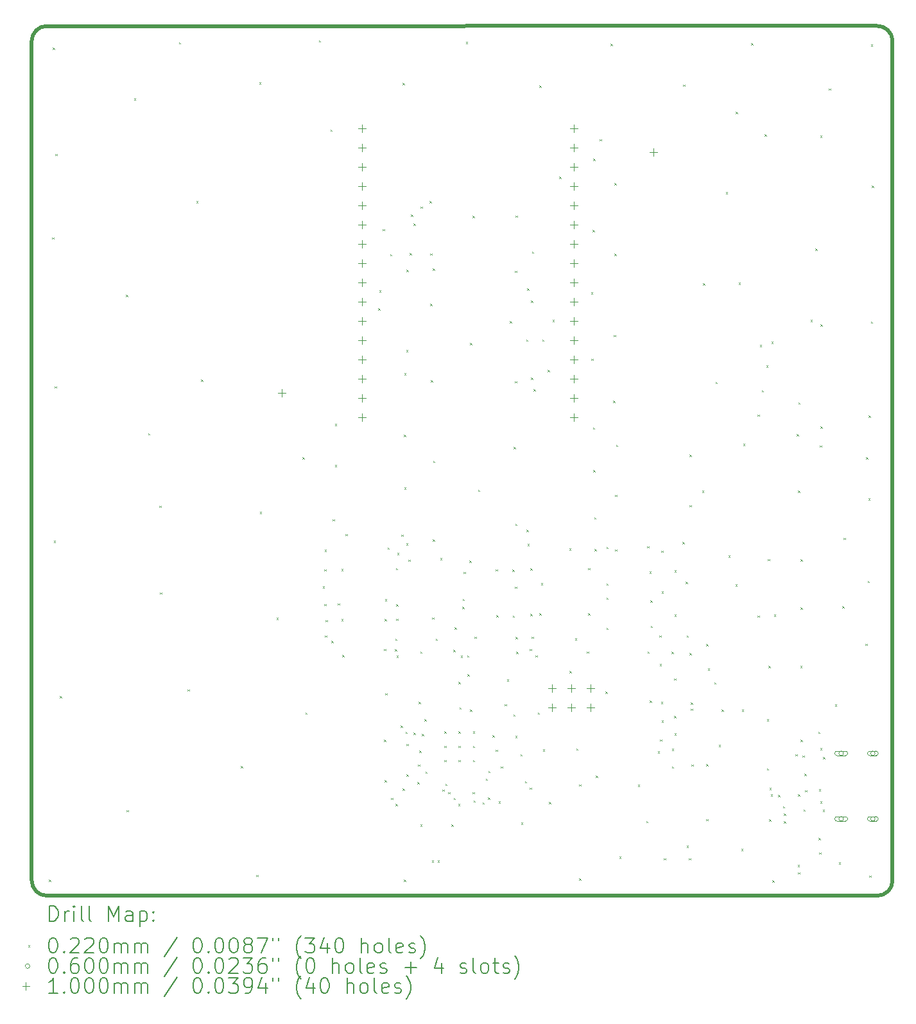
<source format=gbr>
%TF.GenerationSoftware,KiCad,Pcbnew,9.0.7*%
%TF.CreationDate,2026-01-21T16:50:28+00:00*%
%TF.ProjectId,OE PyBoard tester,4f452050-7942-46f6-9172-642074657374,rev?*%
%TF.SameCoordinates,PX4feafc0PY9062e40*%
%TF.FileFunction,Drillmap*%
%TF.FilePolarity,Positive*%
%FSLAX45Y45*%
G04 Gerber Fmt 4.5, Leading zero omitted, Abs format (unit mm)*
G04 Created by KiCad (PCBNEW 9.0.7) date 2026-01-21 16:50:28*
%MOMM*%
%LPD*%
G01*
G04 APERTURE LIST*
%ADD10C,0.500000*%
%ADD11C,0.200000*%
%ADD12C,0.100000*%
G04 APERTURE END LIST*
D10*
X11355000Y11270000D02*
X11355000Y200000D01*
X200000Y0D02*
G75*
G02*
X0Y200000I0J200000D01*
G01*
X199252Y11468579D02*
X11145000Y11470000D01*
X11155000Y0D02*
X200000Y0D01*
X11145000Y11470000D02*
G75*
G02*
X11354998Y11270000I9760J-200000D01*
G01*
X0Y200000D02*
X0Y11268579D01*
X11355000Y200000D02*
G75*
G02*
X11155000Y0I-200000J0D01*
G01*
X0Y11268579D02*
G75*
G02*
X200000Y11468580I200000J1D01*
G01*
D11*
D12*
X226500Y211000D02*
X248500Y189000D01*
X248500Y211000D02*
X226500Y189000D01*
X271500Y8681000D02*
X293500Y8659000D01*
X293500Y8681000D02*
X271500Y8659000D01*
X278447Y11184600D02*
X300447Y11162600D01*
X300447Y11184600D02*
X278447Y11162600D01*
X291500Y4681000D02*
X313500Y4659000D01*
X313500Y4681000D02*
X291500Y4659000D01*
X301500Y6718500D02*
X323500Y6696500D01*
X323500Y6718500D02*
X301500Y6696500D01*
X314000Y9783500D02*
X336000Y9761500D01*
X336000Y9783500D02*
X314000Y9761500D01*
X371500Y2631000D02*
X393500Y2609000D01*
X393500Y2631000D02*
X371500Y2609000D01*
X1244000Y7926000D02*
X1266000Y7904000D01*
X1266000Y7926000D02*
X1244000Y7904000D01*
X1251500Y1128500D02*
X1273500Y1106500D01*
X1273500Y1128500D02*
X1251500Y1106500D01*
X1349000Y10516000D02*
X1371000Y10494000D01*
X1371000Y10516000D02*
X1349000Y10494000D01*
X1536500Y6098500D02*
X1558500Y6076500D01*
X1558500Y6098500D02*
X1536500Y6076500D01*
X1684000Y5143500D02*
X1706000Y5121500D01*
X1706000Y5143500D02*
X1684000Y5121500D01*
X1694000Y4001000D02*
X1716000Y3979000D01*
X1716000Y4001000D02*
X1694000Y3979000D01*
X1941500Y11256000D02*
X1963500Y11234000D01*
X1963500Y11256000D02*
X1941500Y11234000D01*
X2054000Y2721000D02*
X2076000Y2699000D01*
X2076000Y2721000D02*
X2054000Y2699000D01*
X2169000Y9161000D02*
X2191000Y9139000D01*
X2191000Y9161000D02*
X2169000Y9139000D01*
X2234000Y6806000D02*
X2256000Y6784000D01*
X2256000Y6806000D02*
X2234000Y6784000D01*
X2759000Y1711000D02*
X2781000Y1689000D01*
X2781000Y1711000D02*
X2759000Y1689000D01*
X2964000Y276000D02*
X2986000Y254000D01*
X2986000Y276000D02*
X2964000Y254000D01*
X2999000Y10726000D02*
X3021000Y10704000D01*
X3021000Y10726000D02*
X2999000Y10704000D01*
X3009000Y5061000D02*
X3031000Y5039000D01*
X3031000Y5061000D02*
X3009000Y5039000D01*
X3229000Y3666000D02*
X3251000Y3644000D01*
X3251000Y3666000D02*
X3229000Y3644000D01*
X3574000Y5781000D02*
X3596000Y5759000D01*
X3596000Y5781000D02*
X3574000Y5759000D01*
X3609000Y2416000D02*
X3631000Y2394000D01*
X3631000Y2416000D02*
X3609000Y2394000D01*
X3789000Y11281000D02*
X3811000Y11259000D01*
X3811000Y11281000D02*
X3789000Y11259000D01*
X3839000Y4081000D02*
X3861000Y4059000D01*
X3861000Y4081000D02*
X3839000Y4059000D01*
X3859000Y3846000D02*
X3881000Y3824000D01*
X3881000Y3846000D02*
X3859000Y3824000D01*
X3860000Y4306000D02*
X3882000Y4284000D01*
X3882000Y4306000D02*
X3860000Y4284000D01*
X3864000Y4561000D02*
X3886000Y4539000D01*
X3886000Y4561000D02*
X3864000Y4539000D01*
X3868000Y3431000D02*
X3890000Y3409000D01*
X3890000Y3431000D02*
X3868000Y3409000D01*
X3879000Y3636000D02*
X3901000Y3614000D01*
X3901000Y3636000D02*
X3879000Y3614000D01*
X3939000Y10102853D02*
X3961000Y10080853D01*
X3961000Y10102853D02*
X3939000Y10080853D01*
X3954000Y3361000D02*
X3976000Y3339000D01*
X3976000Y3361000D02*
X3954000Y3339000D01*
X3969000Y4966000D02*
X3991000Y4944000D01*
X3991000Y4966000D02*
X3969000Y4944000D01*
X3999000Y6221000D02*
X4021000Y6199000D01*
X4021000Y6221000D02*
X3999000Y6199000D01*
X3999000Y5681000D02*
X4021000Y5659000D01*
X4021000Y5681000D02*
X3999000Y5659000D01*
X4039000Y3856000D02*
X4061000Y3834000D01*
X4061000Y3856000D02*
X4039000Y3834000D01*
X4084000Y4311000D02*
X4106000Y4289000D01*
X4106000Y4311000D02*
X4084000Y4289000D01*
X4084000Y3650320D02*
X4106000Y3628320D01*
X4106000Y3650320D02*
X4084000Y3628320D01*
X4099000Y3176000D02*
X4121000Y3154000D01*
X4121000Y3176000D02*
X4099000Y3154000D01*
X4139000Y4771000D02*
X4161000Y4749000D01*
X4161000Y4771000D02*
X4139000Y4749000D01*
X4569000Y7746000D02*
X4591000Y7724000D01*
X4591000Y7746000D02*
X4569000Y7724000D01*
X4584000Y7981000D02*
X4606000Y7959000D01*
X4606000Y7981000D02*
X4584000Y7959000D01*
X4629000Y8791000D02*
X4651000Y8769000D01*
X4651000Y8791000D02*
X4629000Y8769000D01*
X4649000Y3256000D02*
X4671000Y3234000D01*
X4671000Y3256000D02*
X4649000Y3234000D01*
X4649000Y2056000D02*
X4671000Y2034000D01*
X4671000Y2056000D02*
X4649000Y2034000D01*
X4654000Y3646000D02*
X4676000Y3624000D01*
X4676000Y3646000D02*
X4654000Y3624000D01*
X4654000Y1521000D02*
X4676000Y1499000D01*
X4676000Y1521000D02*
X4654000Y1499000D01*
X4659000Y3913200D02*
X4681000Y3891200D01*
X4681000Y3913200D02*
X4659000Y3891200D01*
X4664000Y2671000D02*
X4686000Y2649000D01*
X4686000Y2671000D02*
X4664000Y2649000D01*
X4694000Y4591000D02*
X4716000Y4569000D01*
X4716000Y4591000D02*
X4694000Y4569000D01*
X4729000Y8461000D02*
X4751000Y8439000D01*
X4751000Y8461000D02*
X4729000Y8439000D01*
X4739000Y1291000D02*
X4761000Y1269000D01*
X4761000Y1291000D02*
X4739000Y1269000D01*
X4789000Y3251000D02*
X4811000Y3229000D01*
X4811000Y3251000D02*
X4789000Y3229000D01*
X4794000Y3391000D02*
X4816000Y3369000D01*
X4816000Y3391000D02*
X4794000Y3369000D01*
X4799000Y1211000D02*
X4821000Y1189000D01*
X4821000Y1211000D02*
X4799000Y1189000D01*
X4804000Y4321000D02*
X4826000Y4299000D01*
X4826000Y4321000D02*
X4804000Y4299000D01*
X4809000Y3845320D02*
X4831000Y3823320D01*
X4831000Y3845320D02*
X4809000Y3823320D01*
X4809000Y3651000D02*
X4831000Y3629000D01*
X4831000Y3651000D02*
X4809000Y3629000D01*
X4810600Y3166000D02*
X4832600Y3144000D01*
X4832600Y3166000D02*
X4810600Y3144000D01*
X4819000Y4518500D02*
X4841000Y4496500D01*
X4841000Y4518500D02*
X4819000Y4496500D01*
X4869000Y2241000D02*
X4891000Y2219000D01*
X4891000Y2241000D02*
X4869000Y2219000D01*
X4876500Y4761000D02*
X4898500Y4739000D01*
X4898500Y4761000D02*
X4876500Y4739000D01*
X4894000Y10716000D02*
X4916000Y10694000D01*
X4916000Y10716000D02*
X4894000Y10694000D01*
X4894000Y1411000D02*
X4916000Y1389000D01*
X4916000Y1411000D02*
X4894000Y1389000D01*
X4909000Y6076000D02*
X4931000Y6054000D01*
X4931000Y6076000D02*
X4909000Y6054000D01*
X4911500Y208500D02*
X4933500Y186500D01*
X4933500Y208500D02*
X4911500Y186500D01*
X4914000Y6891000D02*
X4936000Y6869000D01*
X4936000Y6891000D02*
X4914000Y6869000D01*
X4914000Y5386000D02*
X4936000Y5364000D01*
X4936000Y5386000D02*
X4914000Y5364000D01*
X4929000Y2161000D02*
X4951000Y2139000D01*
X4951000Y2161000D02*
X4929000Y2139000D01*
X4939000Y7196000D02*
X4961000Y7174000D01*
X4961000Y7196000D02*
X4939000Y7174000D01*
X4939000Y4646000D02*
X4961000Y4624000D01*
X4961000Y4646000D02*
X4939000Y4624000D01*
X4944000Y8256000D02*
X4966000Y8234000D01*
X4966000Y8256000D02*
X4944000Y8234000D01*
X4944000Y2001000D02*
X4966000Y1979000D01*
X4966000Y2001000D02*
X4944000Y1979000D01*
X4945350Y1601000D02*
X4967350Y1579000D01*
X4967350Y1601000D02*
X4945350Y1579000D01*
X4969000Y4431000D02*
X4991000Y4409000D01*
X4991000Y4431000D02*
X4969000Y4409000D01*
X4984000Y8476000D02*
X5006000Y8454000D01*
X5006000Y8476000D02*
X4984000Y8454000D01*
X5004000Y8981000D02*
X5026000Y8959000D01*
X5026000Y8981000D02*
X5004000Y8959000D01*
X5034000Y8861520D02*
X5056000Y8839520D01*
X5056000Y8861520D02*
X5034000Y8839520D01*
X5034000Y2151000D02*
X5056000Y2129000D01*
X5056000Y2151000D02*
X5034000Y2129000D01*
X5086500Y1496000D02*
X5108500Y1474000D01*
X5108500Y1496000D02*
X5086500Y1474000D01*
X5094000Y1731000D02*
X5116000Y1709000D01*
X5116000Y1731000D02*
X5094000Y1709000D01*
X5104000Y2556000D02*
X5126000Y2534000D01*
X5126000Y2556000D02*
X5104000Y2534000D01*
X5114000Y1911000D02*
X5136000Y1889000D01*
X5136000Y1911000D02*
X5114000Y1889000D01*
X5124000Y3221000D02*
X5146000Y3199000D01*
X5146000Y3221000D02*
X5124000Y3199000D01*
X5124000Y941000D02*
X5146000Y919000D01*
X5146000Y941000D02*
X5124000Y919000D01*
X5129000Y9086520D02*
X5151000Y9064520D01*
X5151000Y9086520D02*
X5129000Y9064520D01*
X5144000Y2131000D02*
X5166000Y2109000D01*
X5166000Y2131000D02*
X5144000Y2109000D01*
X5179000Y2326000D02*
X5201000Y2304000D01*
X5201000Y2326000D02*
X5179000Y2304000D01*
X5194000Y1638500D02*
X5216000Y1616500D01*
X5216000Y1638500D02*
X5194000Y1616500D01*
X5249000Y9161000D02*
X5271000Y9139000D01*
X5271000Y9161000D02*
X5249000Y9139000D01*
X5259000Y8471000D02*
X5281000Y8449000D01*
X5281000Y8471000D02*
X5259000Y8449000D01*
X5259000Y7806000D02*
X5281000Y7784000D01*
X5281000Y7806000D02*
X5259000Y7784000D01*
X5264000Y6796000D02*
X5286000Y6774000D01*
X5286000Y6796000D02*
X5264000Y6774000D01*
X5279000Y463500D02*
X5301000Y441500D01*
X5301000Y463500D02*
X5279000Y441500D01*
X5284000Y3670320D02*
X5306000Y3648320D01*
X5306000Y3670320D02*
X5284000Y3648320D01*
X5289000Y8271000D02*
X5311000Y8249000D01*
X5311000Y8271000D02*
X5289000Y8249000D01*
X5289000Y4696000D02*
X5311000Y4674000D01*
X5311000Y4696000D02*
X5289000Y4674000D01*
X5294000Y5736000D02*
X5316000Y5714000D01*
X5316000Y5736000D02*
X5294000Y5714000D01*
X5329000Y3391000D02*
X5351000Y3369000D01*
X5351000Y3391000D02*
X5329000Y3369000D01*
X5354000Y466000D02*
X5376000Y444000D01*
X5376000Y466000D02*
X5354000Y444000D01*
X5389000Y4453500D02*
X5411000Y4431500D01*
X5411000Y4453500D02*
X5389000Y4431500D01*
X5419000Y1401000D02*
X5441000Y1379000D01*
X5441000Y1401000D02*
X5419000Y1379000D01*
X5444000Y2166000D02*
X5466000Y2144000D01*
X5466000Y2166000D02*
X5444000Y2144000D01*
X5444000Y1976000D02*
X5466000Y1954000D01*
X5466000Y1976000D02*
X5444000Y1954000D01*
X5444000Y1791000D02*
X5466000Y1769000D01*
X5466000Y1791000D02*
X5444000Y1769000D01*
X5454000Y1476000D02*
X5476000Y1454000D01*
X5476000Y1476000D02*
X5454000Y1454000D01*
X5494000Y1366000D02*
X5516000Y1344000D01*
X5516000Y1366000D02*
X5494000Y1344000D01*
X5536500Y938500D02*
X5558500Y916500D01*
X5558500Y938500D02*
X5536500Y916500D01*
X5559000Y3241000D02*
X5581000Y3219000D01*
X5581000Y3241000D02*
X5559000Y3219000D01*
X5564000Y1291000D02*
X5586000Y1269000D01*
X5586000Y1291000D02*
X5564000Y1269000D01*
X5579000Y3536000D02*
X5601000Y3514000D01*
X5601000Y3536000D02*
X5579000Y3514000D01*
X5624000Y1211000D02*
X5646000Y1189000D01*
X5646000Y1211000D02*
X5624000Y1189000D01*
X5629000Y2821000D02*
X5651000Y2799000D01*
X5651000Y2821000D02*
X5629000Y2799000D01*
X5629000Y2166000D02*
X5651000Y2144000D01*
X5651000Y2166000D02*
X5629000Y2144000D01*
X5629000Y1976000D02*
X5651000Y1954000D01*
X5651000Y1976000D02*
X5629000Y1954000D01*
X5629000Y1791000D02*
X5651000Y1769000D01*
X5651000Y1791000D02*
X5629000Y1769000D01*
X5641850Y2483850D02*
X5663850Y2461850D01*
X5663850Y2483850D02*
X5641850Y2461850D01*
X5657662Y3167394D02*
X5679662Y3145394D01*
X5679662Y3167394D02*
X5657662Y3145394D01*
X5679000Y3811000D02*
X5701000Y3789000D01*
X5701000Y3811000D02*
X5679000Y3789000D01*
X5684000Y3916000D02*
X5706000Y3894000D01*
X5706000Y3916000D02*
X5684000Y3894000D01*
X5699000Y4271000D02*
X5721000Y4249000D01*
X5721000Y4271000D02*
X5699000Y4249000D01*
X5726500Y11261000D02*
X5748500Y11239000D01*
X5748500Y11261000D02*
X5726500Y11239000D01*
X5744000Y3171000D02*
X5766000Y3149000D01*
X5766000Y3171000D02*
X5744000Y3149000D01*
X5749000Y2921000D02*
X5771000Y2899000D01*
X5771000Y2921000D02*
X5749000Y2899000D01*
X5774000Y4416630D02*
X5796000Y4394630D01*
X5796000Y4416630D02*
X5774000Y4394630D01*
X5782100Y2456831D02*
X5804100Y2434831D01*
X5804100Y2456831D02*
X5782100Y2434831D01*
X5784000Y7291000D02*
X5806000Y7269000D01*
X5806000Y7291000D02*
X5784000Y7269000D01*
X5814000Y8966000D02*
X5836000Y8944000D01*
X5836000Y8966000D02*
X5814000Y8944000D01*
X5814000Y1366100D02*
X5836000Y1344100D01*
X5836000Y1366100D02*
X5814000Y1344100D01*
X5819000Y2166000D02*
X5841000Y2144000D01*
X5841000Y2166000D02*
X5819000Y2144000D01*
X5819000Y1976000D02*
X5841000Y1954000D01*
X5841000Y1976000D02*
X5819000Y1954000D01*
X5819000Y1791000D02*
X5841000Y1769000D01*
X5841000Y1791000D02*
X5819000Y1769000D01*
X5829000Y1256000D02*
X5851000Y1234000D01*
X5851000Y1256000D02*
X5829000Y1234000D01*
X5839000Y3416000D02*
X5861000Y3394000D01*
X5861000Y3416000D02*
X5839000Y3394000D01*
X5889000Y5356000D02*
X5911000Y5334000D01*
X5911000Y5356000D02*
X5889000Y5334000D01*
X5944902Y1231000D02*
X5966902Y1209000D01*
X5966902Y1231000D02*
X5944902Y1209000D01*
X5989000Y1546000D02*
X6011000Y1524000D01*
X6011000Y1546000D02*
X5989000Y1524000D01*
X6019000Y1296000D02*
X6041000Y1274000D01*
X6041000Y1296000D02*
X6019000Y1274000D01*
X6024000Y1646000D02*
X6046000Y1624000D01*
X6046000Y1646000D02*
X6024000Y1624000D01*
X6079000Y2116000D02*
X6101000Y2094000D01*
X6101000Y2116000D02*
X6079000Y2094000D01*
X6119000Y4306000D02*
X6141000Y4284000D01*
X6141000Y4306000D02*
X6119000Y4284000D01*
X6119000Y1926000D02*
X6141000Y1904000D01*
X6141000Y1926000D02*
X6119000Y1904000D01*
X6129000Y3701000D02*
X6151000Y3679000D01*
X6151000Y3701000D02*
X6129000Y3679000D01*
X6159000Y1246000D02*
X6181000Y1224000D01*
X6181000Y1246000D02*
X6159000Y1224000D01*
X6189000Y1704500D02*
X6211000Y1682500D01*
X6211000Y1704500D02*
X6189000Y1682500D01*
X6239000Y2526000D02*
X6261000Y2504000D01*
X6261000Y2526000D02*
X6239000Y2504000D01*
X6269000Y2851000D02*
X6291000Y2829000D01*
X6291000Y2851000D02*
X6269000Y2829000D01*
X6304000Y7576000D02*
X6326000Y7554000D01*
X6326000Y7576000D02*
X6304000Y7554000D01*
X6340250Y4299880D02*
X6362250Y4277880D01*
X6362250Y4299880D02*
X6340250Y4277880D01*
X6345250Y3694880D02*
X6367250Y3672880D01*
X6367250Y3694880D02*
X6345250Y3672880D01*
X6354000Y2391000D02*
X6376000Y2369000D01*
X6376000Y2391000D02*
X6354000Y2369000D01*
X6359000Y5916000D02*
X6381000Y5894000D01*
X6381000Y5916000D02*
X6359000Y5894000D01*
X6374000Y8241000D02*
X6396000Y8219000D01*
X6396000Y8241000D02*
X6374000Y8219000D01*
X6374000Y6786000D02*
X6396000Y6764000D01*
X6396000Y6786000D02*
X6374000Y6764000D01*
X6374000Y4076000D02*
X6396000Y4054000D01*
X6396000Y4076000D02*
X6374000Y4054000D01*
X6379000Y4906000D02*
X6401000Y4884000D01*
X6401000Y4906000D02*
X6379000Y4884000D01*
X6379000Y2106000D02*
X6401000Y2084000D01*
X6401000Y2106000D02*
X6379000Y2084000D01*
X6384000Y8971000D02*
X6406000Y8949000D01*
X6406000Y8971000D02*
X6384000Y8949000D01*
X6384000Y3411000D02*
X6406000Y3389000D01*
X6406000Y3411000D02*
X6384000Y3389000D01*
X6389000Y3216000D02*
X6411000Y3194000D01*
X6411000Y3216000D02*
X6389000Y3194000D01*
X6445500Y1864500D02*
X6467500Y1842500D01*
X6467500Y1864500D02*
X6445500Y1842500D01*
X6454000Y966000D02*
X6476000Y944000D01*
X6476000Y966000D02*
X6454000Y944000D01*
X6504000Y1511000D02*
X6526000Y1489000D01*
X6526000Y1511000D02*
X6504000Y1489000D01*
X6524000Y7336000D02*
X6546000Y7314000D01*
X6546000Y7336000D02*
X6524000Y7314000D01*
X6529000Y4826000D02*
X6551000Y4804000D01*
X6551000Y4826000D02*
X6529000Y4804000D01*
X6534000Y8011000D02*
X6556000Y7989000D01*
X6556000Y8011000D02*
X6534000Y7989000D01*
X6539000Y4641000D02*
X6561000Y4619000D01*
X6561000Y4641000D02*
X6539000Y4619000D01*
X6569000Y3256000D02*
X6591000Y3234000D01*
X6591000Y3256000D02*
X6569000Y3234000D01*
X6569000Y1424600D02*
X6591000Y1402600D01*
X6591000Y1424600D02*
X6569000Y1402600D01*
X6579000Y4316000D02*
X6601000Y4294000D01*
X6601000Y4316000D02*
X6579000Y4294000D01*
X6579000Y3716000D02*
X6601000Y3694000D01*
X6601000Y3716000D02*
X6579000Y3694000D01*
X6585400Y7846520D02*
X6607400Y7824520D01*
X6607400Y7846520D02*
X6585400Y7824520D01*
X6585400Y6831520D02*
X6607400Y6809520D01*
X6607400Y6831520D02*
X6585400Y6809520D01*
X6594000Y3416000D02*
X6616000Y3394000D01*
X6616000Y3416000D02*
X6594000Y3394000D01*
X6599000Y8496000D02*
X6621000Y8474000D01*
X6621000Y8496000D02*
X6599000Y8474000D01*
X6619000Y6681000D02*
X6641000Y6659000D01*
X6641000Y6681000D02*
X6619000Y6659000D01*
X6644000Y3171000D02*
X6666000Y3149000D01*
X6666000Y3171000D02*
X6644000Y3149000D01*
X6674000Y2416000D02*
X6696000Y2394000D01*
X6696000Y2416000D02*
X6674000Y2394000D01*
X6694000Y10686000D02*
X6716000Y10664000D01*
X6716000Y10686000D02*
X6694000Y10664000D01*
X6694000Y3726000D02*
X6716000Y3704000D01*
X6716000Y3726000D02*
X6694000Y3704000D01*
X6716837Y4123837D02*
X6738837Y4101837D01*
X6738837Y4123837D02*
X6716837Y4101837D01*
X6735400Y7336520D02*
X6757400Y7314520D01*
X6757400Y7336520D02*
X6735400Y7314520D01*
X6744000Y1931000D02*
X6766000Y1909000D01*
X6766000Y1931000D02*
X6744000Y1909000D01*
X6804000Y6931000D02*
X6826000Y6909000D01*
X6826000Y6931000D02*
X6804000Y6909000D01*
X6824000Y1236000D02*
X6846000Y1214000D01*
X6846000Y1236000D02*
X6824000Y1214000D01*
X6870400Y7591520D02*
X6892400Y7569520D01*
X6892400Y7591520D02*
X6870400Y7569520D01*
X6959000Y9481000D02*
X6981000Y9459000D01*
X6981000Y9481000D02*
X6959000Y9459000D01*
X7089000Y4581000D02*
X7111000Y4559000D01*
X7111000Y4581000D02*
X7089000Y4559000D01*
X7094000Y2961000D02*
X7116000Y2939000D01*
X7116000Y2961000D02*
X7094000Y2939000D01*
X7165250Y3394880D02*
X7187250Y3372880D01*
X7187250Y3394880D02*
X7165250Y3372880D01*
X7184000Y1941000D02*
X7206000Y1919000D01*
X7206000Y1941000D02*
X7184000Y1919000D01*
X7219000Y1468500D02*
X7241000Y1446500D01*
X7241000Y1468500D02*
X7219000Y1446500D01*
X7219000Y226000D02*
X7241000Y204000D01*
X7241000Y226000D02*
X7219000Y204000D01*
X7324000Y3221000D02*
X7346000Y3199000D01*
X7346000Y3221000D02*
X7324000Y3199000D01*
X7340250Y4319880D02*
X7362250Y4297880D01*
X7362250Y4319880D02*
X7340250Y4297880D01*
X7340250Y3724880D02*
X7362250Y3702880D01*
X7362250Y3724880D02*
X7340250Y3702880D01*
X7379000Y7956000D02*
X7401000Y7934000D01*
X7401000Y7956000D02*
X7379000Y7934000D01*
X7384000Y7081000D02*
X7406000Y7059000D01*
X7406000Y7081000D02*
X7384000Y7059000D01*
X7399000Y8781000D02*
X7421000Y8759000D01*
X7421000Y8781000D02*
X7399000Y8759000D01*
X7404000Y6176000D02*
X7426000Y6154000D01*
X7426000Y6176000D02*
X7404000Y6154000D01*
X7409000Y9721000D02*
X7431000Y9699000D01*
X7431000Y9721000D02*
X7409000Y9699000D01*
X7409000Y5611000D02*
X7431000Y5589000D01*
X7431000Y5611000D02*
X7409000Y5589000D01*
X7419000Y4991000D02*
X7441000Y4969000D01*
X7441000Y4991000D02*
X7419000Y4969000D01*
X7424000Y4571000D02*
X7446000Y4549000D01*
X7446000Y4571000D02*
X7424000Y4549000D01*
X7439000Y1581000D02*
X7461000Y1559000D01*
X7461000Y1581000D02*
X7439000Y1559000D01*
X7494000Y9976000D02*
X7516000Y9954000D01*
X7516000Y9976000D02*
X7494000Y9954000D01*
X7569000Y2691000D02*
X7591000Y2669000D01*
X7591000Y2691000D02*
X7569000Y2669000D01*
X7579000Y4601000D02*
X7601000Y4579000D01*
X7601000Y4601000D02*
X7579000Y4579000D01*
X7579000Y3931000D02*
X7601000Y3909000D01*
X7601000Y3931000D02*
X7579000Y3909000D01*
X7580250Y4119880D02*
X7602250Y4097880D01*
X7602250Y4119880D02*
X7580250Y4097880D01*
X7580250Y3534880D02*
X7602250Y3512880D01*
X7602250Y3534880D02*
X7580250Y3512880D01*
X7634000Y11233500D02*
X7656000Y11211500D01*
X7656000Y11233500D02*
X7634000Y11211500D01*
X7669000Y6526000D02*
X7691000Y6504000D01*
X7691000Y6526000D02*
X7669000Y6504000D01*
X7679000Y7396000D02*
X7701000Y7374000D01*
X7701000Y7396000D02*
X7679000Y7374000D01*
X7684000Y9396000D02*
X7706000Y9374000D01*
X7706000Y9396000D02*
X7684000Y9374000D01*
X7684000Y8466000D02*
X7706000Y8444000D01*
X7706000Y8466000D02*
X7684000Y8444000D01*
X7694000Y5286000D02*
X7716000Y5264000D01*
X7716000Y5286000D02*
X7694000Y5264000D01*
X7694000Y4566000D02*
X7716000Y4544000D01*
X7716000Y4566000D02*
X7694000Y4544000D01*
X7709000Y5946000D02*
X7731000Y5924000D01*
X7731000Y5946000D02*
X7709000Y5924000D01*
X7749000Y516000D02*
X7771000Y494000D01*
X7771000Y516000D02*
X7749000Y494000D01*
X7996500Y1466000D02*
X8018500Y1444000D01*
X8018500Y1466000D02*
X7996500Y1444000D01*
X8104000Y986000D02*
X8126000Y964000D01*
X8126000Y986000D02*
X8104000Y964000D01*
X8119000Y4611000D02*
X8141000Y4589000D01*
X8141000Y4611000D02*
X8119000Y4589000D01*
X8124000Y3221000D02*
X8146000Y3199000D01*
X8146000Y3221000D02*
X8124000Y3199000D01*
X8149000Y4276000D02*
X8171000Y4254000D01*
X8171000Y4276000D02*
X8149000Y4254000D01*
X8154000Y2571000D02*
X8176000Y2549000D01*
X8176000Y2571000D02*
X8154000Y2549000D01*
X8159000Y3896000D02*
X8181000Y3874000D01*
X8181000Y3896000D02*
X8159000Y3874000D01*
X8164000Y3561000D02*
X8186000Y3539000D01*
X8186000Y3561000D02*
X8164000Y3539000D01*
X8259000Y1906000D02*
X8281000Y1884000D01*
X8281000Y1906000D02*
X8259000Y1884000D01*
X8279000Y3431000D02*
X8301000Y3409000D01*
X8301000Y3431000D02*
X8279000Y3409000D01*
X8284000Y3056000D02*
X8306000Y3034000D01*
X8306000Y3056000D02*
X8284000Y3034000D01*
X8289000Y2061000D02*
X8311000Y2039000D01*
X8311000Y2061000D02*
X8289000Y2039000D01*
X8299000Y2556000D02*
X8321000Y2534000D01*
X8321000Y2556000D02*
X8299000Y2534000D01*
X8304000Y4551000D02*
X8326000Y4529000D01*
X8326000Y4551000D02*
X8304000Y4529000D01*
X8309000Y4011000D02*
X8331000Y3989000D01*
X8331000Y4011000D02*
X8309000Y3989000D01*
X8309000Y2311000D02*
X8331000Y2289000D01*
X8331000Y2311000D02*
X8309000Y2289000D01*
X8339000Y496000D02*
X8361000Y474000D01*
X8361000Y496000D02*
X8339000Y474000D01*
X8439000Y3216000D02*
X8461000Y3194000D01*
X8461000Y3216000D02*
X8439000Y3194000D01*
X8444000Y1936000D02*
X8466000Y1914000D01*
X8466000Y1936000D02*
X8444000Y1914000D01*
X8444000Y1706000D02*
X8466000Y1684000D01*
X8466000Y1706000D02*
X8444000Y1684000D01*
X8474000Y2866000D02*
X8496000Y2844000D01*
X8496000Y2866000D02*
X8474000Y2844000D01*
X8476000Y2368000D02*
X8498000Y2346000D01*
X8498000Y2368000D02*
X8476000Y2346000D01*
X8479000Y4291000D02*
X8501000Y4269000D01*
X8501000Y4291000D02*
X8479000Y4269000D01*
X8479000Y3706000D02*
X8501000Y3684000D01*
X8501000Y3706000D02*
X8479000Y3684000D01*
X8479000Y2141000D02*
X8501000Y2119000D01*
X8501000Y2141000D02*
X8479000Y2119000D01*
X8584000Y4666000D02*
X8606000Y4644000D01*
X8606000Y4666000D02*
X8584000Y4644000D01*
X8594000Y10696000D02*
X8616000Y10674000D01*
X8616000Y10696000D02*
X8594000Y10674000D01*
X8624000Y4141000D02*
X8646000Y4119000D01*
X8646000Y4141000D02*
X8624000Y4119000D01*
X8639000Y3431000D02*
X8661000Y3409000D01*
X8661000Y3431000D02*
X8639000Y3409000D01*
X8639000Y661000D02*
X8661000Y639000D01*
X8661000Y661000D02*
X8639000Y639000D01*
X8667250Y496000D02*
X8689250Y474000D01*
X8689250Y496000D02*
X8667250Y474000D01*
X8679000Y5816000D02*
X8701000Y5794000D01*
X8701000Y5816000D02*
X8679000Y5794000D01*
X8679000Y5151000D02*
X8701000Y5129000D01*
X8701000Y5151000D02*
X8679000Y5129000D01*
X8679000Y3201000D02*
X8701000Y3179000D01*
X8701000Y3201000D02*
X8679000Y3179000D01*
X8694000Y2546000D02*
X8716000Y2524000D01*
X8716000Y2546000D02*
X8694000Y2524000D01*
X8694000Y2466000D02*
X8716000Y2444000D01*
X8716000Y2466000D02*
X8694000Y2444000D01*
X8704000Y1731000D02*
X8726000Y1709000D01*
X8726000Y1731000D02*
X8704000Y1709000D01*
X8841500Y5343500D02*
X8863500Y5321500D01*
X8863500Y5343500D02*
X8841500Y5321500D01*
X8854000Y8076000D02*
X8876000Y8054000D01*
X8876000Y8076000D02*
X8854000Y8054000D01*
X8899000Y3316000D02*
X8921000Y3294000D01*
X8921000Y3316000D02*
X8899000Y3294000D01*
X8899000Y1736000D02*
X8921000Y1714000D01*
X8921000Y1736000D02*
X8899000Y1714000D01*
X8899000Y1011000D02*
X8921000Y989000D01*
X8921000Y1011000D02*
X8899000Y989000D01*
X8919000Y2996000D02*
X8941000Y2974000D01*
X8941000Y2996000D02*
X8919000Y2974000D01*
X9004000Y2816000D02*
X9026000Y2794000D01*
X9026000Y2816000D02*
X9004000Y2794000D01*
X9019000Y6776000D02*
X9041000Y6754000D01*
X9041000Y6776000D02*
X9019000Y6754000D01*
X9064000Y1991000D02*
X9086000Y1969000D01*
X9086000Y1991000D02*
X9064000Y1969000D01*
X9101000Y2456000D02*
X9123000Y2434000D01*
X9123000Y2456000D02*
X9101000Y2434000D01*
X9154000Y9281000D02*
X9176000Y9259000D01*
X9176000Y9281000D02*
X9154000Y9259000D01*
X9189000Y4488500D02*
X9211000Y4466500D01*
X9211000Y4488500D02*
X9189000Y4466500D01*
X9284000Y4106000D02*
X9306000Y4084000D01*
X9306000Y4106000D02*
X9284000Y4084000D01*
X9289000Y10336000D02*
X9311000Y10314000D01*
X9311000Y10336000D02*
X9289000Y10314000D01*
X9324000Y8086000D02*
X9346000Y8064000D01*
X9346000Y8086000D02*
X9324000Y8064000D01*
X9359000Y616000D02*
X9381000Y594000D01*
X9381000Y616000D02*
X9359000Y594000D01*
X9367000Y2456000D02*
X9389000Y2434000D01*
X9389000Y2456000D02*
X9367000Y2434000D01*
X9384000Y5961000D02*
X9406000Y5939000D01*
X9406000Y5961000D02*
X9384000Y5939000D01*
X9489000Y11243500D02*
X9511000Y11221500D01*
X9511000Y11243500D02*
X9489000Y11221500D01*
X9574000Y3696000D02*
X9596000Y3674000D01*
X9596000Y3696000D02*
X9574000Y3674000D01*
X9575250Y6344880D02*
X9597250Y6322880D01*
X9597250Y6344880D02*
X9575250Y6322880D01*
X9602750Y7264880D02*
X9624750Y7242880D01*
X9624750Y7264880D02*
X9602750Y7242880D01*
X9629250Y6667120D02*
X9651250Y6645120D01*
X9651250Y6667120D02*
X9629250Y6645120D01*
X9669000Y10041000D02*
X9691000Y10019000D01*
X9691000Y10041000D02*
X9669000Y10019000D01*
X9687750Y6994880D02*
X9709750Y6972880D01*
X9709750Y6994880D02*
X9687750Y6972880D01*
X9696500Y1678500D02*
X9718500Y1656500D01*
X9718500Y1678500D02*
X9696500Y1656500D01*
X9699000Y2328500D02*
X9721000Y2306500D01*
X9721000Y2328500D02*
X9699000Y2306500D01*
X9709000Y4441000D02*
X9731000Y4419000D01*
X9731000Y4441000D02*
X9709000Y4419000D01*
X9716500Y3031000D02*
X9738500Y3009000D01*
X9738500Y3031000D02*
X9716500Y3009000D01*
X9729000Y1006000D02*
X9751000Y984000D01*
X9751000Y1006000D02*
X9729000Y984000D01*
X9729938Y1420062D02*
X9751938Y1398062D01*
X9751938Y1420062D02*
X9729938Y1398062D01*
X9746500Y1336000D02*
X9768500Y1314000D01*
X9768500Y1336000D02*
X9746500Y1314000D01*
X9757750Y7304880D02*
X9779750Y7282880D01*
X9779750Y7304880D02*
X9757750Y7282880D01*
X9771500Y203500D02*
X9793500Y181500D01*
X9793500Y203500D02*
X9771500Y181500D01*
X9789000Y3706000D02*
X9811000Y3684000D01*
X9811000Y3706000D02*
X9789000Y3684000D01*
X9846000Y1329000D02*
X9868000Y1307000D01*
X9868000Y1329000D02*
X9846000Y1307000D01*
X9909000Y1181000D02*
X9931000Y1159000D01*
X9931000Y1181000D02*
X9909000Y1159000D01*
X9923538Y1081000D02*
X9945538Y1059000D01*
X9945538Y1081000D02*
X9923538Y1059000D01*
X9924000Y981000D02*
X9946000Y959000D01*
X9946000Y981000D02*
X9924000Y959000D01*
X10074000Y1866000D02*
X10096000Y1844000D01*
X10096000Y1866000D02*
X10074000Y1844000D01*
X10089000Y6088500D02*
X10111000Y6066500D01*
X10111000Y6088500D02*
X10089000Y6066500D01*
X10105250Y404750D02*
X10127250Y382750D01*
X10127250Y404750D02*
X10105250Y382750D01*
X10109000Y5341000D02*
X10131000Y5319000D01*
X10131000Y5341000D02*
X10109000Y5319000D01*
X10109000Y1335500D02*
X10131000Y1313500D01*
X10131000Y1335500D02*
X10109000Y1313500D01*
X10109000Y308500D02*
X10131000Y286500D01*
X10131000Y308500D02*
X10109000Y286500D01*
X10112750Y6504880D02*
X10134750Y6482880D01*
X10134750Y6504880D02*
X10112750Y6482880D01*
X10139000Y3028500D02*
X10161000Y3006500D01*
X10161000Y3028500D02*
X10139000Y3006500D01*
X10143010Y3800177D02*
X10165010Y3778177D01*
X10165010Y3800177D02*
X10143010Y3778177D01*
X10144000Y4433500D02*
X10166000Y4411500D01*
X10166000Y4433500D02*
X10144000Y4411500D01*
X10144000Y2058500D02*
X10166000Y2036500D01*
X10166000Y2058500D02*
X10144000Y2036500D01*
X10169000Y1848500D02*
X10191000Y1826500D01*
X10191000Y1848500D02*
X10169000Y1826500D01*
X10181500Y1138500D02*
X10203500Y1116500D01*
X10203500Y1138500D02*
X10181500Y1116500D01*
X10194000Y1608500D02*
X10216000Y1586500D01*
X10216000Y1608500D02*
X10194000Y1586500D01*
X10201500Y1391000D02*
X10223500Y1369000D01*
X10223500Y1391000D02*
X10201500Y1369000D01*
X10274000Y7596000D02*
X10296000Y7574000D01*
X10296000Y7596000D02*
X10274000Y7574000D01*
X10336500Y8536000D02*
X10358500Y8514000D01*
X10358500Y8536000D02*
X10336500Y8514000D01*
X10375750Y2161000D02*
X10397750Y2139000D01*
X10397750Y2161000D02*
X10375750Y2139000D01*
X10380750Y761000D02*
X10402750Y739000D01*
X10402750Y761000D02*
X10380750Y739000D01*
X10384000Y1403500D02*
X10406000Y1381500D01*
X10406000Y1403500D02*
X10384000Y1381500D01*
X10385750Y571000D02*
X10407750Y549000D01*
X10407750Y571000D02*
X10385750Y549000D01*
X10395250Y5939880D02*
X10417250Y5917880D01*
X10417250Y5939880D02*
X10395250Y5917880D01*
X10399000Y10026000D02*
X10421000Y10004000D01*
X10421000Y10026000D02*
X10399000Y10004000D01*
X10401277Y1946650D02*
X10423277Y1924650D01*
X10423277Y1946650D02*
X10401277Y1924650D01*
X10401500Y1243500D02*
X10423500Y1221500D01*
X10423500Y1243500D02*
X10401500Y1221500D01*
X10402750Y7534880D02*
X10424750Y7512880D01*
X10424750Y7534880D02*
X10402750Y7512880D01*
X10402750Y6189880D02*
X10424750Y6167880D01*
X10424750Y6189880D02*
X10402750Y6167880D01*
X10434000Y1136000D02*
X10456000Y1114000D01*
X10456000Y1136000D02*
X10434000Y1114000D01*
X10439000Y1826000D02*
X10461000Y1804000D01*
X10461000Y1826000D02*
X10439000Y1804000D01*
X10514000Y10646000D02*
X10536000Y10624000D01*
X10536000Y10646000D02*
X10514000Y10624000D01*
X10594000Y2521000D02*
X10616000Y2499000D01*
X10616000Y2521000D02*
X10594000Y2499000D01*
X10644000Y441000D02*
X10666000Y419000D01*
X10666000Y441000D02*
X10644000Y419000D01*
X10691500Y3816000D02*
X10713500Y3794000D01*
X10713500Y3816000D02*
X10691500Y3794000D01*
X10711500Y4721000D02*
X10733500Y4699000D01*
X10733500Y4721000D02*
X10711500Y4699000D01*
X10996500Y3321000D02*
X11018500Y3299000D01*
X11018500Y3321000D02*
X10996500Y3299000D01*
X11006500Y5781000D02*
X11028500Y5759000D01*
X11028500Y5781000D02*
X11006500Y5759000D01*
X11026500Y4151000D02*
X11048500Y4129000D01*
X11048500Y4151000D02*
X11026500Y4129000D01*
X11036500Y5241000D02*
X11058500Y5219000D01*
X11058500Y5241000D02*
X11036500Y5219000D01*
X11039000Y6331000D02*
X11061000Y6309000D01*
X11061000Y6331000D02*
X11039000Y6309000D01*
X11046500Y266000D02*
X11068500Y244000D01*
X11068500Y266000D02*
X11046500Y244000D01*
X11069000Y11226000D02*
X11091000Y11204000D01*
X11091000Y11226000D02*
X11069000Y11204000D01*
X11069000Y7571000D02*
X11091000Y7549000D01*
X11091000Y7571000D02*
X11069000Y7549000D01*
X11081500Y9361000D02*
X11103500Y9339000D01*
X11103500Y9361000D02*
X11081500Y9339000D01*
X10707000Y1877000D02*
G75*
G02*
X10647000Y1877000I-30000J0D01*
G01*
X10647000Y1877000D02*
G75*
G02*
X10707000Y1877000I30000J0D01*
G01*
X10622000Y1847000D02*
X10732000Y1847000D01*
X10732000Y1907000D02*
G75*
G02*
X10732000Y1847000I0J-30000D01*
G01*
X10732000Y1907000D02*
X10622000Y1907000D01*
X10622000Y1907000D02*
G75*
G03*
X10622000Y1847000I0J-30000D01*
G01*
X10707000Y1013000D02*
G75*
G02*
X10647000Y1013000I-30000J0D01*
G01*
X10647000Y1013000D02*
G75*
G02*
X10707000Y1013000I30000J0D01*
G01*
X10622000Y983000D02*
X10732000Y983000D01*
X10732000Y1043000D02*
G75*
G02*
X10732000Y983000I0J-30000D01*
G01*
X10732000Y1043000D02*
X10622000Y1043000D01*
X10622000Y1043000D02*
G75*
G03*
X10622000Y983000I0J-30000D01*
G01*
X11125000Y1877000D02*
G75*
G02*
X11065000Y1877000I-30000J0D01*
G01*
X11065000Y1877000D02*
G75*
G02*
X11125000Y1877000I30000J0D01*
G01*
X11055000Y1847000D02*
X11135000Y1847000D01*
X11135000Y1907000D02*
G75*
G02*
X11135000Y1847000I0J-30000D01*
G01*
X11135000Y1907000D02*
X11055000Y1907000D01*
X11055000Y1907000D02*
G75*
G03*
X11055000Y1847000I0J-30000D01*
G01*
X11125000Y1013000D02*
G75*
G02*
X11065000Y1013000I-30000J0D01*
G01*
X11065000Y1013000D02*
G75*
G02*
X11125000Y1013000I30000J0D01*
G01*
X11055000Y983000D02*
X11135000Y983000D01*
X11135000Y1043000D02*
G75*
G02*
X11135000Y983000I0J-30000D01*
G01*
X11135000Y1043000D02*
X11055000Y1043000D01*
X11055000Y1043000D02*
G75*
G03*
X11055000Y983000I0J-30000D01*
G01*
X3299068Y6679014D02*
X3299068Y6579014D01*
X3249068Y6629014D02*
X3349068Y6629014D01*
X4358000Y10169320D02*
X4358000Y10069320D01*
X4308000Y10119320D02*
X4408000Y10119320D01*
X4358000Y9915320D02*
X4358000Y9815320D01*
X4308000Y9865320D02*
X4408000Y9865320D01*
X4358000Y9661320D02*
X4358000Y9561320D01*
X4308000Y9611320D02*
X4408000Y9611320D01*
X4358000Y9407320D02*
X4358000Y9307320D01*
X4308000Y9357320D02*
X4408000Y9357320D01*
X4358000Y9153320D02*
X4358000Y9053320D01*
X4308000Y9103320D02*
X4408000Y9103320D01*
X4358000Y8899320D02*
X4358000Y8799320D01*
X4308000Y8849320D02*
X4408000Y8849320D01*
X4358000Y8645320D02*
X4358000Y8545320D01*
X4308000Y8595320D02*
X4408000Y8595320D01*
X4358000Y8391320D02*
X4358000Y8291320D01*
X4308000Y8341320D02*
X4408000Y8341320D01*
X4358000Y8137320D02*
X4358000Y8037320D01*
X4308000Y8087320D02*
X4408000Y8087320D01*
X4358000Y7883320D02*
X4358000Y7783320D01*
X4308000Y7833320D02*
X4408000Y7833320D01*
X4358000Y7629320D02*
X4358000Y7529320D01*
X4308000Y7579320D02*
X4408000Y7579320D01*
X4358000Y7375320D02*
X4358000Y7275320D01*
X4308000Y7325320D02*
X4408000Y7325320D01*
X4358000Y7121320D02*
X4358000Y7021320D01*
X4308000Y7071320D02*
X4408000Y7071320D01*
X4358000Y6867320D02*
X4358000Y6767320D01*
X4308000Y6817320D02*
X4408000Y6817320D01*
X4358000Y6613320D02*
X4358000Y6513320D01*
X4308000Y6563320D02*
X4408000Y6563320D01*
X4358000Y6359320D02*
X4358000Y6259320D01*
X4308000Y6309320D02*
X4408000Y6309320D01*
X6861000Y2782500D02*
X6861000Y2682500D01*
X6811000Y2732500D02*
X6911000Y2732500D01*
X6861000Y2528500D02*
X6861000Y2428500D01*
X6811000Y2478500D02*
X6911000Y2478500D01*
X7115000Y2782500D02*
X7115000Y2682500D01*
X7065000Y2732500D02*
X7165000Y2732500D01*
X7115000Y2528500D02*
X7115000Y2428500D01*
X7065000Y2478500D02*
X7165000Y2478500D01*
X7151400Y10170520D02*
X7151400Y10070520D01*
X7101400Y10120520D02*
X7201400Y10120520D01*
X7151400Y9916520D02*
X7151400Y9816520D01*
X7101400Y9866520D02*
X7201400Y9866520D01*
X7151400Y9662520D02*
X7151400Y9562520D01*
X7101400Y9612520D02*
X7201400Y9612520D01*
X7151400Y9408520D02*
X7151400Y9308520D01*
X7101400Y9358520D02*
X7201400Y9358520D01*
X7151400Y9154520D02*
X7151400Y9054520D01*
X7101400Y9104520D02*
X7201400Y9104520D01*
X7151400Y8900520D02*
X7151400Y8800520D01*
X7101400Y8850520D02*
X7201400Y8850520D01*
X7151400Y8646520D02*
X7151400Y8546520D01*
X7101400Y8596520D02*
X7201400Y8596520D01*
X7151400Y8392520D02*
X7151400Y8292520D01*
X7101400Y8342520D02*
X7201400Y8342520D01*
X7151400Y8138520D02*
X7151400Y8038520D01*
X7101400Y8088520D02*
X7201400Y8088520D01*
X7151400Y7884520D02*
X7151400Y7784520D01*
X7101400Y7834520D02*
X7201400Y7834520D01*
X7151400Y7630520D02*
X7151400Y7530520D01*
X7101400Y7580520D02*
X7201400Y7580520D01*
X7151400Y7376520D02*
X7151400Y7276520D01*
X7101400Y7326520D02*
X7201400Y7326520D01*
X7151400Y7122520D02*
X7151400Y7022520D01*
X7101400Y7072520D02*
X7201400Y7072520D01*
X7151400Y6868520D02*
X7151400Y6768520D01*
X7101400Y6818520D02*
X7201400Y6818520D01*
X7151400Y6614520D02*
X7151400Y6514520D01*
X7101400Y6564520D02*
X7201400Y6564520D01*
X7151400Y6360520D02*
X7151400Y6260520D01*
X7101400Y6310520D02*
X7201400Y6310520D01*
X7369000Y2782500D02*
X7369000Y2682500D01*
X7319000Y2732500D02*
X7419000Y2732500D01*
X7369000Y2528500D02*
X7369000Y2428500D01*
X7319000Y2478500D02*
X7419000Y2478500D01*
X8201400Y9853187D02*
X8201400Y9753187D01*
X8151400Y9803187D02*
X8251400Y9803187D01*
D11*
X235777Y-336484D02*
X235777Y-136484D01*
X235777Y-136484D02*
X283396Y-136484D01*
X283396Y-136484D02*
X311967Y-146008D01*
X311967Y-146008D02*
X331015Y-165055D01*
X331015Y-165055D02*
X340539Y-184103D01*
X340539Y-184103D02*
X350062Y-222198D01*
X350062Y-222198D02*
X350062Y-250769D01*
X350062Y-250769D02*
X340539Y-288865D01*
X340539Y-288865D02*
X331015Y-307912D01*
X331015Y-307912D02*
X311967Y-326960D01*
X311967Y-326960D02*
X283396Y-336484D01*
X283396Y-336484D02*
X235777Y-336484D01*
X435777Y-336484D02*
X435777Y-203150D01*
X435777Y-241246D02*
X445301Y-222198D01*
X445301Y-222198D02*
X454824Y-212674D01*
X454824Y-212674D02*
X473872Y-203150D01*
X473872Y-203150D02*
X492920Y-203150D01*
X559586Y-336484D02*
X559586Y-203150D01*
X559586Y-136484D02*
X550063Y-146008D01*
X550063Y-146008D02*
X559586Y-155531D01*
X559586Y-155531D02*
X569110Y-146008D01*
X569110Y-146008D02*
X559586Y-136484D01*
X559586Y-136484D02*
X559586Y-155531D01*
X683396Y-336484D02*
X664348Y-326960D01*
X664348Y-326960D02*
X654824Y-307912D01*
X654824Y-307912D02*
X654824Y-136484D01*
X788158Y-336484D02*
X769110Y-326960D01*
X769110Y-326960D02*
X759586Y-307912D01*
X759586Y-307912D02*
X759586Y-136484D01*
X1016729Y-336484D02*
X1016729Y-136484D01*
X1016729Y-136484D02*
X1083396Y-279341D01*
X1083396Y-279341D02*
X1150063Y-136484D01*
X1150063Y-136484D02*
X1150063Y-336484D01*
X1331015Y-336484D02*
X1331015Y-231722D01*
X1331015Y-231722D02*
X1321491Y-212674D01*
X1321491Y-212674D02*
X1302444Y-203150D01*
X1302444Y-203150D02*
X1264348Y-203150D01*
X1264348Y-203150D02*
X1245301Y-212674D01*
X1331015Y-326960D02*
X1311967Y-336484D01*
X1311967Y-336484D02*
X1264348Y-336484D01*
X1264348Y-336484D02*
X1245301Y-326960D01*
X1245301Y-326960D02*
X1235777Y-307912D01*
X1235777Y-307912D02*
X1235777Y-288865D01*
X1235777Y-288865D02*
X1245301Y-269817D01*
X1245301Y-269817D02*
X1264348Y-260293D01*
X1264348Y-260293D02*
X1311967Y-260293D01*
X1311967Y-260293D02*
X1331015Y-250769D01*
X1426253Y-203150D02*
X1426253Y-403150D01*
X1426253Y-212674D02*
X1445301Y-203150D01*
X1445301Y-203150D02*
X1483396Y-203150D01*
X1483396Y-203150D02*
X1502443Y-212674D01*
X1502443Y-212674D02*
X1511967Y-222198D01*
X1511967Y-222198D02*
X1521491Y-241246D01*
X1521491Y-241246D02*
X1521491Y-298389D01*
X1521491Y-298389D02*
X1511967Y-317436D01*
X1511967Y-317436D02*
X1502443Y-326960D01*
X1502443Y-326960D02*
X1483396Y-336484D01*
X1483396Y-336484D02*
X1445301Y-336484D01*
X1445301Y-336484D02*
X1426253Y-326960D01*
X1607205Y-317436D02*
X1616729Y-326960D01*
X1616729Y-326960D02*
X1607205Y-336484D01*
X1607205Y-336484D02*
X1597682Y-326960D01*
X1597682Y-326960D02*
X1607205Y-317436D01*
X1607205Y-317436D02*
X1607205Y-336484D01*
X1607205Y-212674D02*
X1616729Y-222198D01*
X1616729Y-222198D02*
X1607205Y-231722D01*
X1607205Y-231722D02*
X1597682Y-222198D01*
X1597682Y-222198D02*
X1607205Y-212674D01*
X1607205Y-212674D02*
X1607205Y-231722D01*
D12*
X-47000Y-654000D02*
X-25000Y-676000D01*
X-25000Y-654000D02*
X-47000Y-676000D01*
D11*
X273872Y-556484D02*
X292920Y-556484D01*
X292920Y-556484D02*
X311967Y-566008D01*
X311967Y-566008D02*
X321491Y-575531D01*
X321491Y-575531D02*
X331015Y-594579D01*
X331015Y-594579D02*
X340539Y-632674D01*
X340539Y-632674D02*
X340539Y-680293D01*
X340539Y-680293D02*
X331015Y-718388D01*
X331015Y-718388D02*
X321491Y-737436D01*
X321491Y-737436D02*
X311967Y-746960D01*
X311967Y-746960D02*
X292920Y-756484D01*
X292920Y-756484D02*
X273872Y-756484D01*
X273872Y-756484D02*
X254824Y-746960D01*
X254824Y-746960D02*
X245301Y-737436D01*
X245301Y-737436D02*
X235777Y-718388D01*
X235777Y-718388D02*
X226253Y-680293D01*
X226253Y-680293D02*
X226253Y-632674D01*
X226253Y-632674D02*
X235777Y-594579D01*
X235777Y-594579D02*
X245301Y-575531D01*
X245301Y-575531D02*
X254824Y-566008D01*
X254824Y-566008D02*
X273872Y-556484D01*
X426253Y-737436D02*
X435777Y-746960D01*
X435777Y-746960D02*
X426253Y-756484D01*
X426253Y-756484D02*
X416729Y-746960D01*
X416729Y-746960D02*
X426253Y-737436D01*
X426253Y-737436D02*
X426253Y-756484D01*
X511967Y-575531D02*
X521491Y-566008D01*
X521491Y-566008D02*
X540539Y-556484D01*
X540539Y-556484D02*
X588158Y-556484D01*
X588158Y-556484D02*
X607205Y-566008D01*
X607205Y-566008D02*
X616729Y-575531D01*
X616729Y-575531D02*
X626253Y-594579D01*
X626253Y-594579D02*
X626253Y-613627D01*
X626253Y-613627D02*
X616729Y-642198D01*
X616729Y-642198D02*
X502443Y-756484D01*
X502443Y-756484D02*
X626253Y-756484D01*
X702443Y-575531D02*
X711967Y-566008D01*
X711967Y-566008D02*
X731015Y-556484D01*
X731015Y-556484D02*
X778634Y-556484D01*
X778634Y-556484D02*
X797682Y-566008D01*
X797682Y-566008D02*
X807205Y-575531D01*
X807205Y-575531D02*
X816729Y-594579D01*
X816729Y-594579D02*
X816729Y-613627D01*
X816729Y-613627D02*
X807205Y-642198D01*
X807205Y-642198D02*
X692920Y-756484D01*
X692920Y-756484D02*
X816729Y-756484D01*
X940539Y-556484D02*
X959586Y-556484D01*
X959586Y-556484D02*
X978634Y-566008D01*
X978634Y-566008D02*
X988158Y-575531D01*
X988158Y-575531D02*
X997682Y-594579D01*
X997682Y-594579D02*
X1007205Y-632674D01*
X1007205Y-632674D02*
X1007205Y-680293D01*
X1007205Y-680293D02*
X997682Y-718388D01*
X997682Y-718388D02*
X988158Y-737436D01*
X988158Y-737436D02*
X978634Y-746960D01*
X978634Y-746960D02*
X959586Y-756484D01*
X959586Y-756484D02*
X940539Y-756484D01*
X940539Y-756484D02*
X921491Y-746960D01*
X921491Y-746960D02*
X911967Y-737436D01*
X911967Y-737436D02*
X902443Y-718388D01*
X902443Y-718388D02*
X892920Y-680293D01*
X892920Y-680293D02*
X892920Y-632674D01*
X892920Y-632674D02*
X902443Y-594579D01*
X902443Y-594579D02*
X911967Y-575531D01*
X911967Y-575531D02*
X921491Y-566008D01*
X921491Y-566008D02*
X940539Y-556484D01*
X1092920Y-756484D02*
X1092920Y-623150D01*
X1092920Y-642198D02*
X1102444Y-632674D01*
X1102444Y-632674D02*
X1121491Y-623150D01*
X1121491Y-623150D02*
X1150063Y-623150D01*
X1150063Y-623150D02*
X1169110Y-632674D01*
X1169110Y-632674D02*
X1178634Y-651722D01*
X1178634Y-651722D02*
X1178634Y-756484D01*
X1178634Y-651722D02*
X1188158Y-632674D01*
X1188158Y-632674D02*
X1207205Y-623150D01*
X1207205Y-623150D02*
X1235777Y-623150D01*
X1235777Y-623150D02*
X1254825Y-632674D01*
X1254825Y-632674D02*
X1264348Y-651722D01*
X1264348Y-651722D02*
X1264348Y-756484D01*
X1359586Y-756484D02*
X1359586Y-623150D01*
X1359586Y-642198D02*
X1369110Y-632674D01*
X1369110Y-632674D02*
X1388158Y-623150D01*
X1388158Y-623150D02*
X1416729Y-623150D01*
X1416729Y-623150D02*
X1435777Y-632674D01*
X1435777Y-632674D02*
X1445301Y-651722D01*
X1445301Y-651722D02*
X1445301Y-756484D01*
X1445301Y-651722D02*
X1454824Y-632674D01*
X1454824Y-632674D02*
X1473872Y-623150D01*
X1473872Y-623150D02*
X1502443Y-623150D01*
X1502443Y-623150D02*
X1521491Y-632674D01*
X1521491Y-632674D02*
X1531015Y-651722D01*
X1531015Y-651722D02*
X1531015Y-756484D01*
X1921491Y-546960D02*
X1750063Y-804103D01*
X2178634Y-556484D02*
X2197682Y-556484D01*
X2197682Y-556484D02*
X2216729Y-566008D01*
X2216729Y-566008D02*
X2226253Y-575531D01*
X2226253Y-575531D02*
X2235777Y-594579D01*
X2235777Y-594579D02*
X2245301Y-632674D01*
X2245301Y-632674D02*
X2245301Y-680293D01*
X2245301Y-680293D02*
X2235777Y-718388D01*
X2235777Y-718388D02*
X2226253Y-737436D01*
X2226253Y-737436D02*
X2216729Y-746960D01*
X2216729Y-746960D02*
X2197682Y-756484D01*
X2197682Y-756484D02*
X2178634Y-756484D01*
X2178634Y-756484D02*
X2159587Y-746960D01*
X2159587Y-746960D02*
X2150063Y-737436D01*
X2150063Y-737436D02*
X2140539Y-718388D01*
X2140539Y-718388D02*
X2131015Y-680293D01*
X2131015Y-680293D02*
X2131015Y-632674D01*
X2131015Y-632674D02*
X2140539Y-594579D01*
X2140539Y-594579D02*
X2150063Y-575531D01*
X2150063Y-575531D02*
X2159587Y-566008D01*
X2159587Y-566008D02*
X2178634Y-556484D01*
X2331015Y-737436D02*
X2340539Y-746960D01*
X2340539Y-746960D02*
X2331015Y-756484D01*
X2331015Y-756484D02*
X2321491Y-746960D01*
X2321491Y-746960D02*
X2331015Y-737436D01*
X2331015Y-737436D02*
X2331015Y-756484D01*
X2464348Y-556484D02*
X2483396Y-556484D01*
X2483396Y-556484D02*
X2502444Y-566008D01*
X2502444Y-566008D02*
X2511968Y-575531D01*
X2511968Y-575531D02*
X2521491Y-594579D01*
X2521491Y-594579D02*
X2531015Y-632674D01*
X2531015Y-632674D02*
X2531015Y-680293D01*
X2531015Y-680293D02*
X2521491Y-718388D01*
X2521491Y-718388D02*
X2511968Y-737436D01*
X2511968Y-737436D02*
X2502444Y-746960D01*
X2502444Y-746960D02*
X2483396Y-756484D01*
X2483396Y-756484D02*
X2464348Y-756484D01*
X2464348Y-756484D02*
X2445301Y-746960D01*
X2445301Y-746960D02*
X2435777Y-737436D01*
X2435777Y-737436D02*
X2426253Y-718388D01*
X2426253Y-718388D02*
X2416729Y-680293D01*
X2416729Y-680293D02*
X2416729Y-632674D01*
X2416729Y-632674D02*
X2426253Y-594579D01*
X2426253Y-594579D02*
X2435777Y-575531D01*
X2435777Y-575531D02*
X2445301Y-566008D01*
X2445301Y-566008D02*
X2464348Y-556484D01*
X2654825Y-556484D02*
X2673872Y-556484D01*
X2673872Y-556484D02*
X2692920Y-566008D01*
X2692920Y-566008D02*
X2702444Y-575531D01*
X2702444Y-575531D02*
X2711968Y-594579D01*
X2711968Y-594579D02*
X2721491Y-632674D01*
X2721491Y-632674D02*
X2721491Y-680293D01*
X2721491Y-680293D02*
X2711968Y-718388D01*
X2711968Y-718388D02*
X2702444Y-737436D01*
X2702444Y-737436D02*
X2692920Y-746960D01*
X2692920Y-746960D02*
X2673872Y-756484D01*
X2673872Y-756484D02*
X2654825Y-756484D01*
X2654825Y-756484D02*
X2635777Y-746960D01*
X2635777Y-746960D02*
X2626253Y-737436D01*
X2626253Y-737436D02*
X2616729Y-718388D01*
X2616729Y-718388D02*
X2607206Y-680293D01*
X2607206Y-680293D02*
X2607206Y-632674D01*
X2607206Y-632674D02*
X2616729Y-594579D01*
X2616729Y-594579D02*
X2626253Y-575531D01*
X2626253Y-575531D02*
X2635777Y-566008D01*
X2635777Y-566008D02*
X2654825Y-556484D01*
X2835777Y-642198D02*
X2816729Y-632674D01*
X2816729Y-632674D02*
X2807206Y-623150D01*
X2807206Y-623150D02*
X2797682Y-604103D01*
X2797682Y-604103D02*
X2797682Y-594579D01*
X2797682Y-594579D02*
X2807206Y-575531D01*
X2807206Y-575531D02*
X2816729Y-566008D01*
X2816729Y-566008D02*
X2835777Y-556484D01*
X2835777Y-556484D02*
X2873872Y-556484D01*
X2873872Y-556484D02*
X2892920Y-566008D01*
X2892920Y-566008D02*
X2902444Y-575531D01*
X2902444Y-575531D02*
X2911967Y-594579D01*
X2911967Y-594579D02*
X2911967Y-604103D01*
X2911967Y-604103D02*
X2902444Y-623150D01*
X2902444Y-623150D02*
X2892920Y-632674D01*
X2892920Y-632674D02*
X2873872Y-642198D01*
X2873872Y-642198D02*
X2835777Y-642198D01*
X2835777Y-642198D02*
X2816729Y-651722D01*
X2816729Y-651722D02*
X2807206Y-661246D01*
X2807206Y-661246D02*
X2797682Y-680293D01*
X2797682Y-680293D02*
X2797682Y-718388D01*
X2797682Y-718388D02*
X2807206Y-737436D01*
X2807206Y-737436D02*
X2816729Y-746960D01*
X2816729Y-746960D02*
X2835777Y-756484D01*
X2835777Y-756484D02*
X2873872Y-756484D01*
X2873872Y-756484D02*
X2892920Y-746960D01*
X2892920Y-746960D02*
X2902444Y-737436D01*
X2902444Y-737436D02*
X2911967Y-718388D01*
X2911967Y-718388D02*
X2911967Y-680293D01*
X2911967Y-680293D02*
X2902444Y-661246D01*
X2902444Y-661246D02*
X2892920Y-651722D01*
X2892920Y-651722D02*
X2873872Y-642198D01*
X2978634Y-556484D02*
X3111967Y-556484D01*
X3111967Y-556484D02*
X3026253Y-756484D01*
X3178634Y-556484D02*
X3178634Y-594579D01*
X3254825Y-556484D02*
X3254825Y-594579D01*
X3550063Y-832674D02*
X3540539Y-823150D01*
X3540539Y-823150D02*
X3521491Y-794579D01*
X3521491Y-794579D02*
X3511968Y-775531D01*
X3511968Y-775531D02*
X3502444Y-746960D01*
X3502444Y-746960D02*
X3492920Y-699341D01*
X3492920Y-699341D02*
X3492920Y-661246D01*
X3492920Y-661246D02*
X3502444Y-613627D01*
X3502444Y-613627D02*
X3511968Y-585055D01*
X3511968Y-585055D02*
X3521491Y-566008D01*
X3521491Y-566008D02*
X3540539Y-537436D01*
X3540539Y-537436D02*
X3550063Y-527912D01*
X3607206Y-556484D02*
X3731015Y-556484D01*
X3731015Y-556484D02*
X3664348Y-632674D01*
X3664348Y-632674D02*
X3692920Y-632674D01*
X3692920Y-632674D02*
X3711968Y-642198D01*
X3711968Y-642198D02*
X3721491Y-651722D01*
X3721491Y-651722D02*
X3731015Y-670770D01*
X3731015Y-670770D02*
X3731015Y-718388D01*
X3731015Y-718388D02*
X3721491Y-737436D01*
X3721491Y-737436D02*
X3711968Y-746960D01*
X3711968Y-746960D02*
X3692920Y-756484D01*
X3692920Y-756484D02*
X3635777Y-756484D01*
X3635777Y-756484D02*
X3616729Y-746960D01*
X3616729Y-746960D02*
X3607206Y-737436D01*
X3902444Y-623150D02*
X3902444Y-756484D01*
X3854825Y-546960D02*
X3807206Y-689817D01*
X3807206Y-689817D02*
X3931015Y-689817D01*
X4045301Y-556484D02*
X4064349Y-556484D01*
X4064349Y-556484D02*
X4083396Y-566008D01*
X4083396Y-566008D02*
X4092920Y-575531D01*
X4092920Y-575531D02*
X4102444Y-594579D01*
X4102444Y-594579D02*
X4111968Y-632674D01*
X4111968Y-632674D02*
X4111968Y-680293D01*
X4111968Y-680293D02*
X4102444Y-718388D01*
X4102444Y-718388D02*
X4092920Y-737436D01*
X4092920Y-737436D02*
X4083396Y-746960D01*
X4083396Y-746960D02*
X4064349Y-756484D01*
X4064349Y-756484D02*
X4045301Y-756484D01*
X4045301Y-756484D02*
X4026253Y-746960D01*
X4026253Y-746960D02*
X4016729Y-737436D01*
X4016729Y-737436D02*
X4007206Y-718388D01*
X4007206Y-718388D02*
X3997682Y-680293D01*
X3997682Y-680293D02*
X3997682Y-632674D01*
X3997682Y-632674D02*
X4007206Y-594579D01*
X4007206Y-594579D02*
X4016729Y-575531D01*
X4016729Y-575531D02*
X4026253Y-566008D01*
X4026253Y-566008D02*
X4045301Y-556484D01*
X4350063Y-756484D02*
X4350063Y-556484D01*
X4435777Y-756484D02*
X4435777Y-651722D01*
X4435777Y-651722D02*
X4426253Y-632674D01*
X4426253Y-632674D02*
X4407206Y-623150D01*
X4407206Y-623150D02*
X4378634Y-623150D01*
X4378634Y-623150D02*
X4359587Y-632674D01*
X4359587Y-632674D02*
X4350063Y-642198D01*
X4559587Y-756484D02*
X4540539Y-746960D01*
X4540539Y-746960D02*
X4531015Y-737436D01*
X4531015Y-737436D02*
X4521492Y-718388D01*
X4521492Y-718388D02*
X4521492Y-661246D01*
X4521492Y-661246D02*
X4531015Y-642198D01*
X4531015Y-642198D02*
X4540539Y-632674D01*
X4540539Y-632674D02*
X4559587Y-623150D01*
X4559587Y-623150D02*
X4588158Y-623150D01*
X4588158Y-623150D02*
X4607206Y-632674D01*
X4607206Y-632674D02*
X4616730Y-642198D01*
X4616730Y-642198D02*
X4626253Y-661246D01*
X4626253Y-661246D02*
X4626253Y-718388D01*
X4626253Y-718388D02*
X4616730Y-737436D01*
X4616730Y-737436D02*
X4607206Y-746960D01*
X4607206Y-746960D02*
X4588158Y-756484D01*
X4588158Y-756484D02*
X4559587Y-756484D01*
X4740539Y-756484D02*
X4721492Y-746960D01*
X4721492Y-746960D02*
X4711968Y-727912D01*
X4711968Y-727912D02*
X4711968Y-556484D01*
X4892920Y-746960D02*
X4873873Y-756484D01*
X4873873Y-756484D02*
X4835777Y-756484D01*
X4835777Y-756484D02*
X4816730Y-746960D01*
X4816730Y-746960D02*
X4807206Y-727912D01*
X4807206Y-727912D02*
X4807206Y-651722D01*
X4807206Y-651722D02*
X4816730Y-632674D01*
X4816730Y-632674D02*
X4835777Y-623150D01*
X4835777Y-623150D02*
X4873873Y-623150D01*
X4873873Y-623150D02*
X4892920Y-632674D01*
X4892920Y-632674D02*
X4902444Y-651722D01*
X4902444Y-651722D02*
X4902444Y-670770D01*
X4902444Y-670770D02*
X4807206Y-689817D01*
X4978634Y-746960D02*
X4997682Y-756484D01*
X4997682Y-756484D02*
X5035777Y-756484D01*
X5035777Y-756484D02*
X5054825Y-746960D01*
X5054825Y-746960D02*
X5064349Y-727912D01*
X5064349Y-727912D02*
X5064349Y-718388D01*
X5064349Y-718388D02*
X5054825Y-699341D01*
X5054825Y-699341D02*
X5035777Y-689817D01*
X5035777Y-689817D02*
X5007206Y-689817D01*
X5007206Y-689817D02*
X4988158Y-680293D01*
X4988158Y-680293D02*
X4978634Y-661246D01*
X4978634Y-661246D02*
X4978634Y-651722D01*
X4978634Y-651722D02*
X4988158Y-632674D01*
X4988158Y-632674D02*
X5007206Y-623150D01*
X5007206Y-623150D02*
X5035777Y-623150D01*
X5035777Y-623150D02*
X5054825Y-632674D01*
X5131015Y-832674D02*
X5140539Y-823150D01*
X5140539Y-823150D02*
X5159587Y-794579D01*
X5159587Y-794579D02*
X5169111Y-775531D01*
X5169111Y-775531D02*
X5178634Y-746960D01*
X5178634Y-746960D02*
X5188158Y-699341D01*
X5188158Y-699341D02*
X5188158Y-661246D01*
X5188158Y-661246D02*
X5178634Y-613627D01*
X5178634Y-613627D02*
X5169111Y-585055D01*
X5169111Y-585055D02*
X5159587Y-566008D01*
X5159587Y-566008D02*
X5140539Y-537436D01*
X5140539Y-537436D02*
X5131015Y-527912D01*
D12*
X-25000Y-929000D02*
G75*
G02*
X-85000Y-929000I-30000J0D01*
G01*
X-85000Y-929000D02*
G75*
G02*
X-25000Y-929000I30000J0D01*
G01*
D11*
X273872Y-820484D02*
X292920Y-820484D01*
X292920Y-820484D02*
X311967Y-830008D01*
X311967Y-830008D02*
X321491Y-839531D01*
X321491Y-839531D02*
X331015Y-858579D01*
X331015Y-858579D02*
X340539Y-896674D01*
X340539Y-896674D02*
X340539Y-944293D01*
X340539Y-944293D02*
X331015Y-982388D01*
X331015Y-982388D02*
X321491Y-1001436D01*
X321491Y-1001436D02*
X311967Y-1010960D01*
X311967Y-1010960D02*
X292920Y-1020484D01*
X292920Y-1020484D02*
X273872Y-1020484D01*
X273872Y-1020484D02*
X254824Y-1010960D01*
X254824Y-1010960D02*
X245301Y-1001436D01*
X245301Y-1001436D02*
X235777Y-982388D01*
X235777Y-982388D02*
X226253Y-944293D01*
X226253Y-944293D02*
X226253Y-896674D01*
X226253Y-896674D02*
X235777Y-858579D01*
X235777Y-858579D02*
X245301Y-839531D01*
X245301Y-839531D02*
X254824Y-830008D01*
X254824Y-830008D02*
X273872Y-820484D01*
X426253Y-1001436D02*
X435777Y-1010960D01*
X435777Y-1010960D02*
X426253Y-1020484D01*
X426253Y-1020484D02*
X416729Y-1010960D01*
X416729Y-1010960D02*
X426253Y-1001436D01*
X426253Y-1001436D02*
X426253Y-1020484D01*
X607205Y-820484D02*
X569110Y-820484D01*
X569110Y-820484D02*
X550063Y-830008D01*
X550063Y-830008D02*
X540539Y-839531D01*
X540539Y-839531D02*
X521491Y-868103D01*
X521491Y-868103D02*
X511967Y-906198D01*
X511967Y-906198D02*
X511967Y-982388D01*
X511967Y-982388D02*
X521491Y-1001436D01*
X521491Y-1001436D02*
X531015Y-1010960D01*
X531015Y-1010960D02*
X550063Y-1020484D01*
X550063Y-1020484D02*
X588158Y-1020484D01*
X588158Y-1020484D02*
X607205Y-1010960D01*
X607205Y-1010960D02*
X616729Y-1001436D01*
X616729Y-1001436D02*
X626253Y-982388D01*
X626253Y-982388D02*
X626253Y-934769D01*
X626253Y-934769D02*
X616729Y-915722D01*
X616729Y-915722D02*
X607205Y-906198D01*
X607205Y-906198D02*
X588158Y-896674D01*
X588158Y-896674D02*
X550063Y-896674D01*
X550063Y-896674D02*
X531015Y-906198D01*
X531015Y-906198D02*
X521491Y-915722D01*
X521491Y-915722D02*
X511967Y-934769D01*
X750062Y-820484D02*
X769110Y-820484D01*
X769110Y-820484D02*
X788158Y-830008D01*
X788158Y-830008D02*
X797682Y-839531D01*
X797682Y-839531D02*
X807205Y-858579D01*
X807205Y-858579D02*
X816729Y-896674D01*
X816729Y-896674D02*
X816729Y-944293D01*
X816729Y-944293D02*
X807205Y-982388D01*
X807205Y-982388D02*
X797682Y-1001436D01*
X797682Y-1001436D02*
X788158Y-1010960D01*
X788158Y-1010960D02*
X769110Y-1020484D01*
X769110Y-1020484D02*
X750062Y-1020484D01*
X750062Y-1020484D02*
X731015Y-1010960D01*
X731015Y-1010960D02*
X721491Y-1001436D01*
X721491Y-1001436D02*
X711967Y-982388D01*
X711967Y-982388D02*
X702443Y-944293D01*
X702443Y-944293D02*
X702443Y-896674D01*
X702443Y-896674D02*
X711967Y-858579D01*
X711967Y-858579D02*
X721491Y-839531D01*
X721491Y-839531D02*
X731015Y-830008D01*
X731015Y-830008D02*
X750062Y-820484D01*
X940539Y-820484D02*
X959586Y-820484D01*
X959586Y-820484D02*
X978634Y-830008D01*
X978634Y-830008D02*
X988158Y-839531D01*
X988158Y-839531D02*
X997682Y-858579D01*
X997682Y-858579D02*
X1007205Y-896674D01*
X1007205Y-896674D02*
X1007205Y-944293D01*
X1007205Y-944293D02*
X997682Y-982388D01*
X997682Y-982388D02*
X988158Y-1001436D01*
X988158Y-1001436D02*
X978634Y-1010960D01*
X978634Y-1010960D02*
X959586Y-1020484D01*
X959586Y-1020484D02*
X940539Y-1020484D01*
X940539Y-1020484D02*
X921491Y-1010960D01*
X921491Y-1010960D02*
X911967Y-1001436D01*
X911967Y-1001436D02*
X902443Y-982388D01*
X902443Y-982388D02*
X892920Y-944293D01*
X892920Y-944293D02*
X892920Y-896674D01*
X892920Y-896674D02*
X902443Y-858579D01*
X902443Y-858579D02*
X911967Y-839531D01*
X911967Y-839531D02*
X921491Y-830008D01*
X921491Y-830008D02*
X940539Y-820484D01*
X1092920Y-1020484D02*
X1092920Y-887150D01*
X1092920Y-906198D02*
X1102444Y-896674D01*
X1102444Y-896674D02*
X1121491Y-887150D01*
X1121491Y-887150D02*
X1150063Y-887150D01*
X1150063Y-887150D02*
X1169110Y-896674D01*
X1169110Y-896674D02*
X1178634Y-915722D01*
X1178634Y-915722D02*
X1178634Y-1020484D01*
X1178634Y-915722D02*
X1188158Y-896674D01*
X1188158Y-896674D02*
X1207205Y-887150D01*
X1207205Y-887150D02*
X1235777Y-887150D01*
X1235777Y-887150D02*
X1254825Y-896674D01*
X1254825Y-896674D02*
X1264348Y-915722D01*
X1264348Y-915722D02*
X1264348Y-1020484D01*
X1359586Y-1020484D02*
X1359586Y-887150D01*
X1359586Y-906198D02*
X1369110Y-896674D01*
X1369110Y-896674D02*
X1388158Y-887150D01*
X1388158Y-887150D02*
X1416729Y-887150D01*
X1416729Y-887150D02*
X1435777Y-896674D01*
X1435777Y-896674D02*
X1445301Y-915722D01*
X1445301Y-915722D02*
X1445301Y-1020484D01*
X1445301Y-915722D02*
X1454824Y-896674D01*
X1454824Y-896674D02*
X1473872Y-887150D01*
X1473872Y-887150D02*
X1502443Y-887150D01*
X1502443Y-887150D02*
X1521491Y-896674D01*
X1521491Y-896674D02*
X1531015Y-915722D01*
X1531015Y-915722D02*
X1531015Y-1020484D01*
X1921491Y-810960D02*
X1750063Y-1068103D01*
X2178634Y-820484D02*
X2197682Y-820484D01*
X2197682Y-820484D02*
X2216729Y-830008D01*
X2216729Y-830008D02*
X2226253Y-839531D01*
X2226253Y-839531D02*
X2235777Y-858579D01*
X2235777Y-858579D02*
X2245301Y-896674D01*
X2245301Y-896674D02*
X2245301Y-944293D01*
X2245301Y-944293D02*
X2235777Y-982388D01*
X2235777Y-982388D02*
X2226253Y-1001436D01*
X2226253Y-1001436D02*
X2216729Y-1010960D01*
X2216729Y-1010960D02*
X2197682Y-1020484D01*
X2197682Y-1020484D02*
X2178634Y-1020484D01*
X2178634Y-1020484D02*
X2159587Y-1010960D01*
X2159587Y-1010960D02*
X2150063Y-1001436D01*
X2150063Y-1001436D02*
X2140539Y-982388D01*
X2140539Y-982388D02*
X2131015Y-944293D01*
X2131015Y-944293D02*
X2131015Y-896674D01*
X2131015Y-896674D02*
X2140539Y-858579D01*
X2140539Y-858579D02*
X2150063Y-839531D01*
X2150063Y-839531D02*
X2159587Y-830008D01*
X2159587Y-830008D02*
X2178634Y-820484D01*
X2331015Y-1001436D02*
X2340539Y-1010960D01*
X2340539Y-1010960D02*
X2331015Y-1020484D01*
X2331015Y-1020484D02*
X2321491Y-1010960D01*
X2321491Y-1010960D02*
X2331015Y-1001436D01*
X2331015Y-1001436D02*
X2331015Y-1020484D01*
X2464348Y-820484D02*
X2483396Y-820484D01*
X2483396Y-820484D02*
X2502444Y-830008D01*
X2502444Y-830008D02*
X2511968Y-839531D01*
X2511968Y-839531D02*
X2521491Y-858579D01*
X2521491Y-858579D02*
X2531015Y-896674D01*
X2531015Y-896674D02*
X2531015Y-944293D01*
X2531015Y-944293D02*
X2521491Y-982388D01*
X2521491Y-982388D02*
X2511968Y-1001436D01*
X2511968Y-1001436D02*
X2502444Y-1010960D01*
X2502444Y-1010960D02*
X2483396Y-1020484D01*
X2483396Y-1020484D02*
X2464348Y-1020484D01*
X2464348Y-1020484D02*
X2445301Y-1010960D01*
X2445301Y-1010960D02*
X2435777Y-1001436D01*
X2435777Y-1001436D02*
X2426253Y-982388D01*
X2426253Y-982388D02*
X2416729Y-944293D01*
X2416729Y-944293D02*
X2416729Y-896674D01*
X2416729Y-896674D02*
X2426253Y-858579D01*
X2426253Y-858579D02*
X2435777Y-839531D01*
X2435777Y-839531D02*
X2445301Y-830008D01*
X2445301Y-830008D02*
X2464348Y-820484D01*
X2607206Y-839531D02*
X2616729Y-830008D01*
X2616729Y-830008D02*
X2635777Y-820484D01*
X2635777Y-820484D02*
X2683396Y-820484D01*
X2683396Y-820484D02*
X2702444Y-830008D01*
X2702444Y-830008D02*
X2711968Y-839531D01*
X2711968Y-839531D02*
X2721491Y-858579D01*
X2721491Y-858579D02*
X2721491Y-877627D01*
X2721491Y-877627D02*
X2711968Y-906198D01*
X2711968Y-906198D02*
X2597682Y-1020484D01*
X2597682Y-1020484D02*
X2721491Y-1020484D01*
X2788158Y-820484D02*
X2911967Y-820484D01*
X2911967Y-820484D02*
X2845301Y-896674D01*
X2845301Y-896674D02*
X2873872Y-896674D01*
X2873872Y-896674D02*
X2892920Y-906198D01*
X2892920Y-906198D02*
X2902444Y-915722D01*
X2902444Y-915722D02*
X2911967Y-934769D01*
X2911967Y-934769D02*
X2911967Y-982388D01*
X2911967Y-982388D02*
X2902444Y-1001436D01*
X2902444Y-1001436D02*
X2892920Y-1010960D01*
X2892920Y-1010960D02*
X2873872Y-1020484D01*
X2873872Y-1020484D02*
X2816729Y-1020484D01*
X2816729Y-1020484D02*
X2797682Y-1010960D01*
X2797682Y-1010960D02*
X2788158Y-1001436D01*
X3083396Y-820484D02*
X3045301Y-820484D01*
X3045301Y-820484D02*
X3026253Y-830008D01*
X3026253Y-830008D02*
X3016729Y-839531D01*
X3016729Y-839531D02*
X2997682Y-868103D01*
X2997682Y-868103D02*
X2988158Y-906198D01*
X2988158Y-906198D02*
X2988158Y-982388D01*
X2988158Y-982388D02*
X2997682Y-1001436D01*
X2997682Y-1001436D02*
X3007206Y-1010960D01*
X3007206Y-1010960D02*
X3026253Y-1020484D01*
X3026253Y-1020484D02*
X3064348Y-1020484D01*
X3064348Y-1020484D02*
X3083396Y-1010960D01*
X3083396Y-1010960D02*
X3092920Y-1001436D01*
X3092920Y-1001436D02*
X3102444Y-982388D01*
X3102444Y-982388D02*
X3102444Y-934769D01*
X3102444Y-934769D02*
X3092920Y-915722D01*
X3092920Y-915722D02*
X3083396Y-906198D01*
X3083396Y-906198D02*
X3064348Y-896674D01*
X3064348Y-896674D02*
X3026253Y-896674D01*
X3026253Y-896674D02*
X3007206Y-906198D01*
X3007206Y-906198D02*
X2997682Y-915722D01*
X2997682Y-915722D02*
X2988158Y-934769D01*
X3178634Y-820484D02*
X3178634Y-858579D01*
X3254825Y-820484D02*
X3254825Y-858579D01*
X3550063Y-1096674D02*
X3540539Y-1087150D01*
X3540539Y-1087150D02*
X3521491Y-1058579D01*
X3521491Y-1058579D02*
X3511968Y-1039531D01*
X3511968Y-1039531D02*
X3502444Y-1010960D01*
X3502444Y-1010960D02*
X3492920Y-963341D01*
X3492920Y-963341D02*
X3492920Y-925246D01*
X3492920Y-925246D02*
X3502444Y-877627D01*
X3502444Y-877627D02*
X3511968Y-849055D01*
X3511968Y-849055D02*
X3521491Y-830008D01*
X3521491Y-830008D02*
X3540539Y-801436D01*
X3540539Y-801436D02*
X3550063Y-791912D01*
X3664348Y-820484D02*
X3683396Y-820484D01*
X3683396Y-820484D02*
X3702444Y-830008D01*
X3702444Y-830008D02*
X3711968Y-839531D01*
X3711968Y-839531D02*
X3721491Y-858579D01*
X3721491Y-858579D02*
X3731015Y-896674D01*
X3731015Y-896674D02*
X3731015Y-944293D01*
X3731015Y-944293D02*
X3721491Y-982388D01*
X3721491Y-982388D02*
X3711968Y-1001436D01*
X3711968Y-1001436D02*
X3702444Y-1010960D01*
X3702444Y-1010960D02*
X3683396Y-1020484D01*
X3683396Y-1020484D02*
X3664348Y-1020484D01*
X3664348Y-1020484D02*
X3645301Y-1010960D01*
X3645301Y-1010960D02*
X3635777Y-1001436D01*
X3635777Y-1001436D02*
X3626253Y-982388D01*
X3626253Y-982388D02*
X3616729Y-944293D01*
X3616729Y-944293D02*
X3616729Y-896674D01*
X3616729Y-896674D02*
X3626253Y-858579D01*
X3626253Y-858579D02*
X3635777Y-839531D01*
X3635777Y-839531D02*
X3645301Y-830008D01*
X3645301Y-830008D02*
X3664348Y-820484D01*
X3969110Y-1020484D02*
X3969110Y-820484D01*
X4054825Y-1020484D02*
X4054825Y-915722D01*
X4054825Y-915722D02*
X4045301Y-896674D01*
X4045301Y-896674D02*
X4026253Y-887150D01*
X4026253Y-887150D02*
X3997682Y-887150D01*
X3997682Y-887150D02*
X3978634Y-896674D01*
X3978634Y-896674D02*
X3969110Y-906198D01*
X4178634Y-1020484D02*
X4159587Y-1010960D01*
X4159587Y-1010960D02*
X4150063Y-1001436D01*
X4150063Y-1001436D02*
X4140539Y-982388D01*
X4140539Y-982388D02*
X4140539Y-925246D01*
X4140539Y-925246D02*
X4150063Y-906198D01*
X4150063Y-906198D02*
X4159587Y-896674D01*
X4159587Y-896674D02*
X4178634Y-887150D01*
X4178634Y-887150D02*
X4207206Y-887150D01*
X4207206Y-887150D02*
X4226253Y-896674D01*
X4226253Y-896674D02*
X4235777Y-906198D01*
X4235777Y-906198D02*
X4245301Y-925246D01*
X4245301Y-925246D02*
X4245301Y-982388D01*
X4245301Y-982388D02*
X4235777Y-1001436D01*
X4235777Y-1001436D02*
X4226253Y-1010960D01*
X4226253Y-1010960D02*
X4207206Y-1020484D01*
X4207206Y-1020484D02*
X4178634Y-1020484D01*
X4359587Y-1020484D02*
X4340539Y-1010960D01*
X4340539Y-1010960D02*
X4331015Y-991912D01*
X4331015Y-991912D02*
X4331015Y-820484D01*
X4511968Y-1010960D02*
X4492920Y-1020484D01*
X4492920Y-1020484D02*
X4454825Y-1020484D01*
X4454825Y-1020484D02*
X4435777Y-1010960D01*
X4435777Y-1010960D02*
X4426253Y-991912D01*
X4426253Y-991912D02*
X4426253Y-915722D01*
X4426253Y-915722D02*
X4435777Y-896674D01*
X4435777Y-896674D02*
X4454825Y-887150D01*
X4454825Y-887150D02*
X4492920Y-887150D01*
X4492920Y-887150D02*
X4511968Y-896674D01*
X4511968Y-896674D02*
X4521492Y-915722D01*
X4521492Y-915722D02*
X4521492Y-934769D01*
X4521492Y-934769D02*
X4426253Y-953817D01*
X4597682Y-1010960D02*
X4616730Y-1020484D01*
X4616730Y-1020484D02*
X4654825Y-1020484D01*
X4654825Y-1020484D02*
X4673873Y-1010960D01*
X4673873Y-1010960D02*
X4683396Y-991912D01*
X4683396Y-991912D02*
X4683396Y-982388D01*
X4683396Y-982388D02*
X4673873Y-963341D01*
X4673873Y-963341D02*
X4654825Y-953817D01*
X4654825Y-953817D02*
X4626253Y-953817D01*
X4626253Y-953817D02*
X4607206Y-944293D01*
X4607206Y-944293D02*
X4597682Y-925246D01*
X4597682Y-925246D02*
X4597682Y-915722D01*
X4597682Y-915722D02*
X4607206Y-896674D01*
X4607206Y-896674D02*
X4626253Y-887150D01*
X4626253Y-887150D02*
X4654825Y-887150D01*
X4654825Y-887150D02*
X4673873Y-896674D01*
X4921492Y-944293D02*
X5073873Y-944293D01*
X4997682Y-1020484D02*
X4997682Y-868103D01*
X5407206Y-887150D02*
X5407206Y-1020484D01*
X5359587Y-810960D02*
X5311968Y-953817D01*
X5311968Y-953817D02*
X5435777Y-953817D01*
X5654825Y-1010960D02*
X5673873Y-1020484D01*
X5673873Y-1020484D02*
X5711968Y-1020484D01*
X5711968Y-1020484D02*
X5731015Y-1010960D01*
X5731015Y-1010960D02*
X5740539Y-991912D01*
X5740539Y-991912D02*
X5740539Y-982388D01*
X5740539Y-982388D02*
X5731015Y-963341D01*
X5731015Y-963341D02*
X5711968Y-953817D01*
X5711968Y-953817D02*
X5683396Y-953817D01*
X5683396Y-953817D02*
X5664349Y-944293D01*
X5664349Y-944293D02*
X5654825Y-925246D01*
X5654825Y-925246D02*
X5654825Y-915722D01*
X5654825Y-915722D02*
X5664349Y-896674D01*
X5664349Y-896674D02*
X5683396Y-887150D01*
X5683396Y-887150D02*
X5711968Y-887150D01*
X5711968Y-887150D02*
X5731015Y-896674D01*
X5854825Y-1020484D02*
X5835777Y-1010960D01*
X5835777Y-1010960D02*
X5826254Y-991912D01*
X5826254Y-991912D02*
X5826254Y-820484D01*
X5959587Y-1020484D02*
X5940539Y-1010960D01*
X5940539Y-1010960D02*
X5931015Y-1001436D01*
X5931015Y-1001436D02*
X5921492Y-982388D01*
X5921492Y-982388D02*
X5921492Y-925246D01*
X5921492Y-925246D02*
X5931015Y-906198D01*
X5931015Y-906198D02*
X5940539Y-896674D01*
X5940539Y-896674D02*
X5959587Y-887150D01*
X5959587Y-887150D02*
X5988158Y-887150D01*
X5988158Y-887150D02*
X6007206Y-896674D01*
X6007206Y-896674D02*
X6016730Y-906198D01*
X6016730Y-906198D02*
X6026254Y-925246D01*
X6026254Y-925246D02*
X6026254Y-982388D01*
X6026254Y-982388D02*
X6016730Y-1001436D01*
X6016730Y-1001436D02*
X6007206Y-1010960D01*
X6007206Y-1010960D02*
X5988158Y-1020484D01*
X5988158Y-1020484D02*
X5959587Y-1020484D01*
X6083396Y-887150D02*
X6159587Y-887150D01*
X6111968Y-820484D02*
X6111968Y-991912D01*
X6111968Y-991912D02*
X6121492Y-1010960D01*
X6121492Y-1010960D02*
X6140539Y-1020484D01*
X6140539Y-1020484D02*
X6159587Y-1020484D01*
X6216730Y-1010960D02*
X6235777Y-1020484D01*
X6235777Y-1020484D02*
X6273873Y-1020484D01*
X6273873Y-1020484D02*
X6292920Y-1010960D01*
X6292920Y-1010960D02*
X6302444Y-991912D01*
X6302444Y-991912D02*
X6302444Y-982388D01*
X6302444Y-982388D02*
X6292920Y-963341D01*
X6292920Y-963341D02*
X6273873Y-953817D01*
X6273873Y-953817D02*
X6245301Y-953817D01*
X6245301Y-953817D02*
X6226254Y-944293D01*
X6226254Y-944293D02*
X6216730Y-925246D01*
X6216730Y-925246D02*
X6216730Y-915722D01*
X6216730Y-915722D02*
X6226254Y-896674D01*
X6226254Y-896674D02*
X6245301Y-887150D01*
X6245301Y-887150D02*
X6273873Y-887150D01*
X6273873Y-887150D02*
X6292920Y-896674D01*
X6369111Y-1096674D02*
X6378635Y-1087150D01*
X6378635Y-1087150D02*
X6397682Y-1058579D01*
X6397682Y-1058579D02*
X6407206Y-1039531D01*
X6407206Y-1039531D02*
X6416730Y-1010960D01*
X6416730Y-1010960D02*
X6426254Y-963341D01*
X6426254Y-963341D02*
X6426254Y-925246D01*
X6426254Y-925246D02*
X6416730Y-877627D01*
X6416730Y-877627D02*
X6407206Y-849055D01*
X6407206Y-849055D02*
X6397682Y-830008D01*
X6397682Y-830008D02*
X6378635Y-801436D01*
X6378635Y-801436D02*
X6369111Y-791912D01*
D12*
X-75000Y-1143000D02*
X-75000Y-1243000D01*
X-125000Y-1193000D02*
X-25000Y-1193000D01*
D11*
X340539Y-1284484D02*
X226253Y-1284484D01*
X283396Y-1284484D02*
X283396Y-1084484D01*
X283396Y-1084484D02*
X264348Y-1113055D01*
X264348Y-1113055D02*
X245301Y-1132103D01*
X245301Y-1132103D02*
X226253Y-1141627D01*
X426253Y-1265436D02*
X435777Y-1274960D01*
X435777Y-1274960D02*
X426253Y-1284484D01*
X426253Y-1284484D02*
X416729Y-1274960D01*
X416729Y-1274960D02*
X426253Y-1265436D01*
X426253Y-1265436D02*
X426253Y-1284484D01*
X559586Y-1084484D02*
X578634Y-1084484D01*
X578634Y-1084484D02*
X597682Y-1094008D01*
X597682Y-1094008D02*
X607205Y-1103531D01*
X607205Y-1103531D02*
X616729Y-1122579D01*
X616729Y-1122579D02*
X626253Y-1160674D01*
X626253Y-1160674D02*
X626253Y-1208293D01*
X626253Y-1208293D02*
X616729Y-1246389D01*
X616729Y-1246389D02*
X607205Y-1265436D01*
X607205Y-1265436D02*
X597682Y-1274960D01*
X597682Y-1274960D02*
X578634Y-1284484D01*
X578634Y-1284484D02*
X559586Y-1284484D01*
X559586Y-1284484D02*
X540539Y-1274960D01*
X540539Y-1274960D02*
X531015Y-1265436D01*
X531015Y-1265436D02*
X521491Y-1246389D01*
X521491Y-1246389D02*
X511967Y-1208293D01*
X511967Y-1208293D02*
X511967Y-1160674D01*
X511967Y-1160674D02*
X521491Y-1122579D01*
X521491Y-1122579D02*
X531015Y-1103531D01*
X531015Y-1103531D02*
X540539Y-1094008D01*
X540539Y-1094008D02*
X559586Y-1084484D01*
X750062Y-1084484D02*
X769110Y-1084484D01*
X769110Y-1084484D02*
X788158Y-1094008D01*
X788158Y-1094008D02*
X797682Y-1103531D01*
X797682Y-1103531D02*
X807205Y-1122579D01*
X807205Y-1122579D02*
X816729Y-1160674D01*
X816729Y-1160674D02*
X816729Y-1208293D01*
X816729Y-1208293D02*
X807205Y-1246389D01*
X807205Y-1246389D02*
X797682Y-1265436D01*
X797682Y-1265436D02*
X788158Y-1274960D01*
X788158Y-1274960D02*
X769110Y-1284484D01*
X769110Y-1284484D02*
X750062Y-1284484D01*
X750062Y-1284484D02*
X731015Y-1274960D01*
X731015Y-1274960D02*
X721491Y-1265436D01*
X721491Y-1265436D02*
X711967Y-1246389D01*
X711967Y-1246389D02*
X702443Y-1208293D01*
X702443Y-1208293D02*
X702443Y-1160674D01*
X702443Y-1160674D02*
X711967Y-1122579D01*
X711967Y-1122579D02*
X721491Y-1103531D01*
X721491Y-1103531D02*
X731015Y-1094008D01*
X731015Y-1094008D02*
X750062Y-1084484D01*
X940539Y-1084484D02*
X959586Y-1084484D01*
X959586Y-1084484D02*
X978634Y-1094008D01*
X978634Y-1094008D02*
X988158Y-1103531D01*
X988158Y-1103531D02*
X997682Y-1122579D01*
X997682Y-1122579D02*
X1007205Y-1160674D01*
X1007205Y-1160674D02*
X1007205Y-1208293D01*
X1007205Y-1208293D02*
X997682Y-1246389D01*
X997682Y-1246389D02*
X988158Y-1265436D01*
X988158Y-1265436D02*
X978634Y-1274960D01*
X978634Y-1274960D02*
X959586Y-1284484D01*
X959586Y-1284484D02*
X940539Y-1284484D01*
X940539Y-1284484D02*
X921491Y-1274960D01*
X921491Y-1274960D02*
X911967Y-1265436D01*
X911967Y-1265436D02*
X902443Y-1246389D01*
X902443Y-1246389D02*
X892920Y-1208293D01*
X892920Y-1208293D02*
X892920Y-1160674D01*
X892920Y-1160674D02*
X902443Y-1122579D01*
X902443Y-1122579D02*
X911967Y-1103531D01*
X911967Y-1103531D02*
X921491Y-1094008D01*
X921491Y-1094008D02*
X940539Y-1084484D01*
X1092920Y-1284484D02*
X1092920Y-1151150D01*
X1092920Y-1170198D02*
X1102444Y-1160674D01*
X1102444Y-1160674D02*
X1121491Y-1151150D01*
X1121491Y-1151150D02*
X1150063Y-1151150D01*
X1150063Y-1151150D02*
X1169110Y-1160674D01*
X1169110Y-1160674D02*
X1178634Y-1179722D01*
X1178634Y-1179722D02*
X1178634Y-1284484D01*
X1178634Y-1179722D02*
X1188158Y-1160674D01*
X1188158Y-1160674D02*
X1207205Y-1151150D01*
X1207205Y-1151150D02*
X1235777Y-1151150D01*
X1235777Y-1151150D02*
X1254825Y-1160674D01*
X1254825Y-1160674D02*
X1264348Y-1179722D01*
X1264348Y-1179722D02*
X1264348Y-1284484D01*
X1359586Y-1284484D02*
X1359586Y-1151150D01*
X1359586Y-1170198D02*
X1369110Y-1160674D01*
X1369110Y-1160674D02*
X1388158Y-1151150D01*
X1388158Y-1151150D02*
X1416729Y-1151150D01*
X1416729Y-1151150D02*
X1435777Y-1160674D01*
X1435777Y-1160674D02*
X1445301Y-1179722D01*
X1445301Y-1179722D02*
X1445301Y-1284484D01*
X1445301Y-1179722D02*
X1454824Y-1160674D01*
X1454824Y-1160674D02*
X1473872Y-1151150D01*
X1473872Y-1151150D02*
X1502443Y-1151150D01*
X1502443Y-1151150D02*
X1521491Y-1160674D01*
X1521491Y-1160674D02*
X1531015Y-1179722D01*
X1531015Y-1179722D02*
X1531015Y-1284484D01*
X1921491Y-1074960D02*
X1750063Y-1332103D01*
X2178634Y-1084484D02*
X2197682Y-1084484D01*
X2197682Y-1084484D02*
X2216729Y-1094008D01*
X2216729Y-1094008D02*
X2226253Y-1103531D01*
X2226253Y-1103531D02*
X2235777Y-1122579D01*
X2235777Y-1122579D02*
X2245301Y-1160674D01*
X2245301Y-1160674D02*
X2245301Y-1208293D01*
X2245301Y-1208293D02*
X2235777Y-1246389D01*
X2235777Y-1246389D02*
X2226253Y-1265436D01*
X2226253Y-1265436D02*
X2216729Y-1274960D01*
X2216729Y-1274960D02*
X2197682Y-1284484D01*
X2197682Y-1284484D02*
X2178634Y-1284484D01*
X2178634Y-1284484D02*
X2159587Y-1274960D01*
X2159587Y-1274960D02*
X2150063Y-1265436D01*
X2150063Y-1265436D02*
X2140539Y-1246389D01*
X2140539Y-1246389D02*
X2131015Y-1208293D01*
X2131015Y-1208293D02*
X2131015Y-1160674D01*
X2131015Y-1160674D02*
X2140539Y-1122579D01*
X2140539Y-1122579D02*
X2150063Y-1103531D01*
X2150063Y-1103531D02*
X2159587Y-1094008D01*
X2159587Y-1094008D02*
X2178634Y-1084484D01*
X2331015Y-1265436D02*
X2340539Y-1274960D01*
X2340539Y-1274960D02*
X2331015Y-1284484D01*
X2331015Y-1284484D02*
X2321491Y-1274960D01*
X2321491Y-1274960D02*
X2331015Y-1265436D01*
X2331015Y-1265436D02*
X2331015Y-1284484D01*
X2464348Y-1084484D02*
X2483396Y-1084484D01*
X2483396Y-1084484D02*
X2502444Y-1094008D01*
X2502444Y-1094008D02*
X2511968Y-1103531D01*
X2511968Y-1103531D02*
X2521491Y-1122579D01*
X2521491Y-1122579D02*
X2531015Y-1160674D01*
X2531015Y-1160674D02*
X2531015Y-1208293D01*
X2531015Y-1208293D02*
X2521491Y-1246389D01*
X2521491Y-1246389D02*
X2511968Y-1265436D01*
X2511968Y-1265436D02*
X2502444Y-1274960D01*
X2502444Y-1274960D02*
X2483396Y-1284484D01*
X2483396Y-1284484D02*
X2464348Y-1284484D01*
X2464348Y-1284484D02*
X2445301Y-1274960D01*
X2445301Y-1274960D02*
X2435777Y-1265436D01*
X2435777Y-1265436D02*
X2426253Y-1246389D01*
X2426253Y-1246389D02*
X2416729Y-1208293D01*
X2416729Y-1208293D02*
X2416729Y-1160674D01*
X2416729Y-1160674D02*
X2426253Y-1122579D01*
X2426253Y-1122579D02*
X2435777Y-1103531D01*
X2435777Y-1103531D02*
X2445301Y-1094008D01*
X2445301Y-1094008D02*
X2464348Y-1084484D01*
X2597682Y-1084484D02*
X2721491Y-1084484D01*
X2721491Y-1084484D02*
X2654825Y-1160674D01*
X2654825Y-1160674D02*
X2683396Y-1160674D01*
X2683396Y-1160674D02*
X2702444Y-1170198D01*
X2702444Y-1170198D02*
X2711968Y-1179722D01*
X2711968Y-1179722D02*
X2721491Y-1198770D01*
X2721491Y-1198770D02*
X2721491Y-1246389D01*
X2721491Y-1246389D02*
X2711968Y-1265436D01*
X2711968Y-1265436D02*
X2702444Y-1274960D01*
X2702444Y-1274960D02*
X2683396Y-1284484D01*
X2683396Y-1284484D02*
X2626253Y-1284484D01*
X2626253Y-1284484D02*
X2607206Y-1274960D01*
X2607206Y-1274960D02*
X2597682Y-1265436D01*
X2816729Y-1284484D02*
X2854825Y-1284484D01*
X2854825Y-1284484D02*
X2873872Y-1274960D01*
X2873872Y-1274960D02*
X2883396Y-1265436D01*
X2883396Y-1265436D02*
X2902444Y-1236865D01*
X2902444Y-1236865D02*
X2911967Y-1198770D01*
X2911967Y-1198770D02*
X2911967Y-1122579D01*
X2911967Y-1122579D02*
X2902444Y-1103531D01*
X2902444Y-1103531D02*
X2892920Y-1094008D01*
X2892920Y-1094008D02*
X2873872Y-1084484D01*
X2873872Y-1084484D02*
X2835777Y-1084484D01*
X2835777Y-1084484D02*
X2816729Y-1094008D01*
X2816729Y-1094008D02*
X2807206Y-1103531D01*
X2807206Y-1103531D02*
X2797682Y-1122579D01*
X2797682Y-1122579D02*
X2797682Y-1170198D01*
X2797682Y-1170198D02*
X2807206Y-1189246D01*
X2807206Y-1189246D02*
X2816729Y-1198770D01*
X2816729Y-1198770D02*
X2835777Y-1208293D01*
X2835777Y-1208293D02*
X2873872Y-1208293D01*
X2873872Y-1208293D02*
X2892920Y-1198770D01*
X2892920Y-1198770D02*
X2902444Y-1189246D01*
X2902444Y-1189246D02*
X2911967Y-1170198D01*
X3083396Y-1151150D02*
X3083396Y-1284484D01*
X3035777Y-1074960D02*
X2988158Y-1217817D01*
X2988158Y-1217817D02*
X3111967Y-1217817D01*
X3178634Y-1084484D02*
X3178634Y-1122579D01*
X3254825Y-1084484D02*
X3254825Y-1122579D01*
X3550063Y-1360674D02*
X3540539Y-1351150D01*
X3540539Y-1351150D02*
X3521491Y-1322579D01*
X3521491Y-1322579D02*
X3511968Y-1303531D01*
X3511968Y-1303531D02*
X3502444Y-1274960D01*
X3502444Y-1274960D02*
X3492920Y-1227341D01*
X3492920Y-1227341D02*
X3492920Y-1189246D01*
X3492920Y-1189246D02*
X3502444Y-1141627D01*
X3502444Y-1141627D02*
X3511968Y-1113055D01*
X3511968Y-1113055D02*
X3521491Y-1094008D01*
X3521491Y-1094008D02*
X3540539Y-1065436D01*
X3540539Y-1065436D02*
X3550063Y-1055912D01*
X3711968Y-1151150D02*
X3711968Y-1284484D01*
X3664348Y-1074960D02*
X3616729Y-1217817D01*
X3616729Y-1217817D02*
X3740539Y-1217817D01*
X3854825Y-1084484D02*
X3873872Y-1084484D01*
X3873872Y-1084484D02*
X3892920Y-1094008D01*
X3892920Y-1094008D02*
X3902444Y-1103531D01*
X3902444Y-1103531D02*
X3911968Y-1122579D01*
X3911968Y-1122579D02*
X3921491Y-1160674D01*
X3921491Y-1160674D02*
X3921491Y-1208293D01*
X3921491Y-1208293D02*
X3911968Y-1246389D01*
X3911968Y-1246389D02*
X3902444Y-1265436D01*
X3902444Y-1265436D02*
X3892920Y-1274960D01*
X3892920Y-1274960D02*
X3873872Y-1284484D01*
X3873872Y-1284484D02*
X3854825Y-1284484D01*
X3854825Y-1284484D02*
X3835777Y-1274960D01*
X3835777Y-1274960D02*
X3826253Y-1265436D01*
X3826253Y-1265436D02*
X3816729Y-1246389D01*
X3816729Y-1246389D02*
X3807206Y-1208293D01*
X3807206Y-1208293D02*
X3807206Y-1160674D01*
X3807206Y-1160674D02*
X3816729Y-1122579D01*
X3816729Y-1122579D02*
X3826253Y-1103531D01*
X3826253Y-1103531D02*
X3835777Y-1094008D01*
X3835777Y-1094008D02*
X3854825Y-1084484D01*
X4159587Y-1284484D02*
X4159587Y-1084484D01*
X4245301Y-1284484D02*
X4245301Y-1179722D01*
X4245301Y-1179722D02*
X4235777Y-1160674D01*
X4235777Y-1160674D02*
X4216730Y-1151150D01*
X4216730Y-1151150D02*
X4188158Y-1151150D01*
X4188158Y-1151150D02*
X4169110Y-1160674D01*
X4169110Y-1160674D02*
X4159587Y-1170198D01*
X4369111Y-1284484D02*
X4350063Y-1274960D01*
X4350063Y-1274960D02*
X4340539Y-1265436D01*
X4340539Y-1265436D02*
X4331015Y-1246389D01*
X4331015Y-1246389D02*
X4331015Y-1189246D01*
X4331015Y-1189246D02*
X4340539Y-1170198D01*
X4340539Y-1170198D02*
X4350063Y-1160674D01*
X4350063Y-1160674D02*
X4369111Y-1151150D01*
X4369111Y-1151150D02*
X4397682Y-1151150D01*
X4397682Y-1151150D02*
X4416730Y-1160674D01*
X4416730Y-1160674D02*
X4426253Y-1170198D01*
X4426253Y-1170198D02*
X4435777Y-1189246D01*
X4435777Y-1189246D02*
X4435777Y-1246389D01*
X4435777Y-1246389D02*
X4426253Y-1265436D01*
X4426253Y-1265436D02*
X4416730Y-1274960D01*
X4416730Y-1274960D02*
X4397682Y-1284484D01*
X4397682Y-1284484D02*
X4369111Y-1284484D01*
X4550063Y-1284484D02*
X4531015Y-1274960D01*
X4531015Y-1274960D02*
X4521492Y-1255912D01*
X4521492Y-1255912D02*
X4521492Y-1084484D01*
X4702444Y-1274960D02*
X4683396Y-1284484D01*
X4683396Y-1284484D02*
X4645301Y-1284484D01*
X4645301Y-1284484D02*
X4626253Y-1274960D01*
X4626253Y-1274960D02*
X4616730Y-1255912D01*
X4616730Y-1255912D02*
X4616730Y-1179722D01*
X4616730Y-1179722D02*
X4626253Y-1160674D01*
X4626253Y-1160674D02*
X4645301Y-1151150D01*
X4645301Y-1151150D02*
X4683396Y-1151150D01*
X4683396Y-1151150D02*
X4702444Y-1160674D01*
X4702444Y-1160674D02*
X4711968Y-1179722D01*
X4711968Y-1179722D02*
X4711968Y-1198770D01*
X4711968Y-1198770D02*
X4616730Y-1217817D01*
X4788158Y-1274960D02*
X4807206Y-1284484D01*
X4807206Y-1284484D02*
X4845301Y-1284484D01*
X4845301Y-1284484D02*
X4864349Y-1274960D01*
X4864349Y-1274960D02*
X4873873Y-1255912D01*
X4873873Y-1255912D02*
X4873873Y-1246389D01*
X4873873Y-1246389D02*
X4864349Y-1227341D01*
X4864349Y-1227341D02*
X4845301Y-1217817D01*
X4845301Y-1217817D02*
X4816730Y-1217817D01*
X4816730Y-1217817D02*
X4797682Y-1208293D01*
X4797682Y-1208293D02*
X4788158Y-1189246D01*
X4788158Y-1189246D02*
X4788158Y-1179722D01*
X4788158Y-1179722D02*
X4797682Y-1160674D01*
X4797682Y-1160674D02*
X4816730Y-1151150D01*
X4816730Y-1151150D02*
X4845301Y-1151150D01*
X4845301Y-1151150D02*
X4864349Y-1160674D01*
X4940539Y-1360674D02*
X4950063Y-1351150D01*
X4950063Y-1351150D02*
X4969111Y-1322579D01*
X4969111Y-1322579D02*
X4978634Y-1303531D01*
X4978634Y-1303531D02*
X4988158Y-1274960D01*
X4988158Y-1274960D02*
X4997682Y-1227341D01*
X4997682Y-1227341D02*
X4997682Y-1189246D01*
X4997682Y-1189246D02*
X4988158Y-1141627D01*
X4988158Y-1141627D02*
X4978634Y-1113055D01*
X4978634Y-1113055D02*
X4969111Y-1094008D01*
X4969111Y-1094008D02*
X4950063Y-1065436D01*
X4950063Y-1065436D02*
X4940539Y-1055912D01*
M02*

</source>
